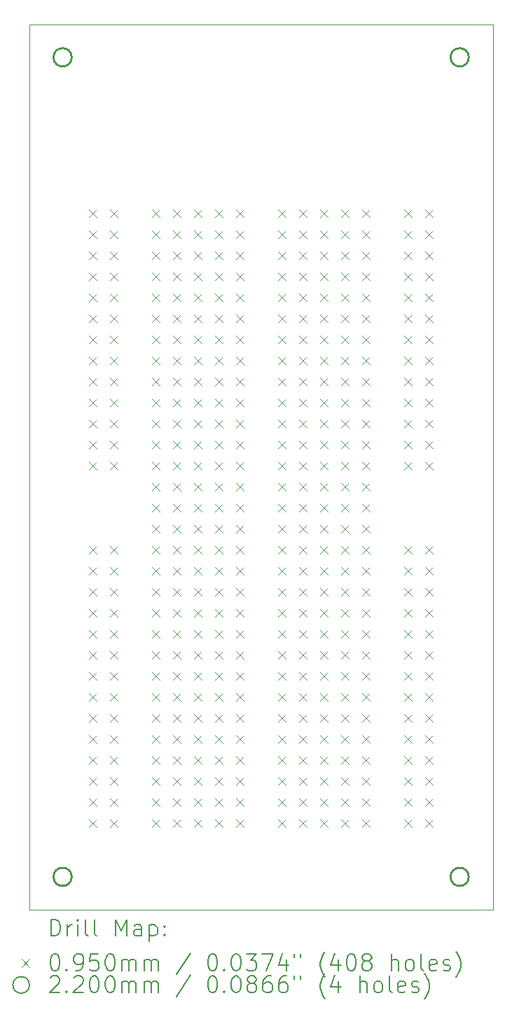
<source format=gbr>
%TF.GenerationSoftware,KiCad,Pcbnew,8.0.2*%
%TF.CreationDate,2024-08-26T09:45:24-06:00*%
%TF.ProjectId,Perfboard,50657266-626f-4617-9264-2e6b69636164,rev?*%
%TF.SameCoordinates,Original*%
%TF.FileFunction,Drillmap*%
%TF.FilePolarity,Positive*%
%FSLAX45Y45*%
G04 Gerber Fmt 4.5, Leading zero omitted, Abs format (unit mm)*
G04 Created by KiCad (PCBNEW 8.0.2) date 2024-08-26 09:45:24*
%MOMM*%
%LPD*%
G01*
G04 APERTURE LIST*
%ADD10C,0.025400*%
%ADD11C,0.200000*%
%ADD12C,0.100000*%
%ADD13C,0.220000*%
G04 APERTURE END LIST*
D10*
X17400000Y-4300000D02*
X11800000Y-4300000D01*
X17400000Y-4300000D02*
X17400000Y-15000000D01*
X17400000Y-15000000D02*
X11800000Y-15000000D01*
X11800000Y-15000000D02*
X11800000Y-4300000D01*
D11*
D12*
X12520500Y-6538500D02*
X12615500Y-6633500D01*
X12615500Y-6538500D02*
X12520500Y-6633500D01*
X12520500Y-6792500D02*
X12615500Y-6887500D01*
X12615500Y-6792500D02*
X12520500Y-6887500D01*
X12520500Y-7046500D02*
X12615500Y-7141500D01*
X12615500Y-7046500D02*
X12520500Y-7141500D01*
X12520500Y-7300500D02*
X12615500Y-7395500D01*
X12615500Y-7300500D02*
X12520500Y-7395500D01*
X12520500Y-7554500D02*
X12615500Y-7649500D01*
X12615500Y-7554500D02*
X12520500Y-7649500D01*
X12520500Y-7808500D02*
X12615500Y-7903500D01*
X12615500Y-7808500D02*
X12520500Y-7903500D01*
X12520500Y-8062500D02*
X12615500Y-8157500D01*
X12615500Y-8062500D02*
X12520500Y-8157500D01*
X12520500Y-8316500D02*
X12615500Y-8411500D01*
X12615500Y-8316500D02*
X12520500Y-8411500D01*
X12520500Y-8570500D02*
X12615500Y-8665500D01*
X12615500Y-8570500D02*
X12520500Y-8665500D01*
X12520500Y-8824500D02*
X12615500Y-8919500D01*
X12615500Y-8824500D02*
X12520500Y-8919500D01*
X12520500Y-9078500D02*
X12615500Y-9173500D01*
X12615500Y-9078500D02*
X12520500Y-9173500D01*
X12520500Y-9332500D02*
X12615500Y-9427500D01*
X12615500Y-9332500D02*
X12520500Y-9427500D01*
X12520500Y-9586500D02*
X12615500Y-9681500D01*
X12615500Y-9586500D02*
X12520500Y-9681500D01*
X12520500Y-10602500D02*
X12615500Y-10697500D01*
X12615500Y-10602500D02*
X12520500Y-10697500D01*
X12520500Y-10856500D02*
X12615500Y-10951500D01*
X12615500Y-10856500D02*
X12520500Y-10951500D01*
X12520500Y-11110500D02*
X12615500Y-11205500D01*
X12615500Y-11110500D02*
X12520500Y-11205500D01*
X12520500Y-11364500D02*
X12615500Y-11459500D01*
X12615500Y-11364500D02*
X12520500Y-11459500D01*
X12520500Y-11618500D02*
X12615500Y-11713500D01*
X12615500Y-11618500D02*
X12520500Y-11713500D01*
X12520500Y-11872500D02*
X12615500Y-11967500D01*
X12615500Y-11872500D02*
X12520500Y-11967500D01*
X12520500Y-12126500D02*
X12615500Y-12221500D01*
X12615500Y-12126500D02*
X12520500Y-12221500D01*
X12520500Y-12380500D02*
X12615500Y-12475500D01*
X12615500Y-12380500D02*
X12520500Y-12475500D01*
X12520500Y-12634500D02*
X12615500Y-12729500D01*
X12615500Y-12634500D02*
X12520500Y-12729500D01*
X12520500Y-12888500D02*
X12615500Y-12983500D01*
X12615500Y-12888500D02*
X12520500Y-12983500D01*
X12520500Y-13142500D02*
X12615500Y-13237500D01*
X12615500Y-13142500D02*
X12520500Y-13237500D01*
X12520500Y-13396500D02*
X12615500Y-13491500D01*
X12615500Y-13396500D02*
X12520500Y-13491500D01*
X12520500Y-13650500D02*
X12615500Y-13745500D01*
X12615500Y-13650500D02*
X12520500Y-13745500D01*
X12520500Y-13904500D02*
X12615500Y-13999500D01*
X12615500Y-13904500D02*
X12520500Y-13999500D01*
X12774500Y-6538500D02*
X12869500Y-6633500D01*
X12869500Y-6538500D02*
X12774500Y-6633500D01*
X12774500Y-6792500D02*
X12869500Y-6887500D01*
X12869500Y-6792500D02*
X12774500Y-6887500D01*
X12774500Y-7046500D02*
X12869500Y-7141500D01*
X12869500Y-7046500D02*
X12774500Y-7141500D01*
X12774500Y-7300500D02*
X12869500Y-7395500D01*
X12869500Y-7300500D02*
X12774500Y-7395500D01*
X12774500Y-7554500D02*
X12869500Y-7649500D01*
X12869500Y-7554500D02*
X12774500Y-7649500D01*
X12774500Y-7808500D02*
X12869500Y-7903500D01*
X12869500Y-7808500D02*
X12774500Y-7903500D01*
X12774500Y-8062500D02*
X12869500Y-8157500D01*
X12869500Y-8062500D02*
X12774500Y-8157500D01*
X12774500Y-8316500D02*
X12869500Y-8411500D01*
X12869500Y-8316500D02*
X12774500Y-8411500D01*
X12774500Y-8570500D02*
X12869500Y-8665500D01*
X12869500Y-8570500D02*
X12774500Y-8665500D01*
X12774500Y-8824500D02*
X12869500Y-8919500D01*
X12869500Y-8824500D02*
X12774500Y-8919500D01*
X12774500Y-9078500D02*
X12869500Y-9173500D01*
X12869500Y-9078500D02*
X12774500Y-9173500D01*
X12774500Y-9332500D02*
X12869500Y-9427500D01*
X12869500Y-9332500D02*
X12774500Y-9427500D01*
X12774500Y-9586500D02*
X12869500Y-9681500D01*
X12869500Y-9586500D02*
X12774500Y-9681500D01*
X12774500Y-10602500D02*
X12869500Y-10697500D01*
X12869500Y-10602500D02*
X12774500Y-10697500D01*
X12774500Y-10856500D02*
X12869500Y-10951500D01*
X12869500Y-10856500D02*
X12774500Y-10951500D01*
X12774500Y-11110500D02*
X12869500Y-11205500D01*
X12869500Y-11110500D02*
X12774500Y-11205500D01*
X12774500Y-11364500D02*
X12869500Y-11459500D01*
X12869500Y-11364500D02*
X12774500Y-11459500D01*
X12774500Y-11618500D02*
X12869500Y-11713500D01*
X12869500Y-11618500D02*
X12774500Y-11713500D01*
X12774500Y-11872500D02*
X12869500Y-11967500D01*
X12869500Y-11872500D02*
X12774500Y-11967500D01*
X12774500Y-12126500D02*
X12869500Y-12221500D01*
X12869500Y-12126500D02*
X12774500Y-12221500D01*
X12774500Y-12380500D02*
X12869500Y-12475500D01*
X12869500Y-12380500D02*
X12774500Y-12475500D01*
X12774500Y-12634500D02*
X12869500Y-12729500D01*
X12869500Y-12634500D02*
X12774500Y-12729500D01*
X12774500Y-12888500D02*
X12869500Y-12983500D01*
X12869500Y-12888500D02*
X12774500Y-12983500D01*
X12774500Y-13142500D02*
X12869500Y-13237500D01*
X12869500Y-13142500D02*
X12774500Y-13237500D01*
X12774500Y-13396500D02*
X12869500Y-13491500D01*
X12869500Y-13396500D02*
X12774500Y-13491500D01*
X12774500Y-13650500D02*
X12869500Y-13745500D01*
X12869500Y-13650500D02*
X12774500Y-13745500D01*
X12774500Y-13904500D02*
X12869500Y-13999500D01*
X12869500Y-13904500D02*
X12774500Y-13999500D01*
X13282500Y-6538500D02*
X13377500Y-6633500D01*
X13377500Y-6538500D02*
X13282500Y-6633500D01*
X13282500Y-6792500D02*
X13377500Y-6887500D01*
X13377500Y-6792500D02*
X13282500Y-6887500D01*
X13282500Y-7046500D02*
X13377500Y-7141500D01*
X13377500Y-7046500D02*
X13282500Y-7141500D01*
X13282500Y-7300500D02*
X13377500Y-7395500D01*
X13377500Y-7300500D02*
X13282500Y-7395500D01*
X13282500Y-7554500D02*
X13377500Y-7649500D01*
X13377500Y-7554500D02*
X13282500Y-7649500D01*
X13282500Y-7808500D02*
X13377500Y-7903500D01*
X13377500Y-7808500D02*
X13282500Y-7903500D01*
X13282500Y-8062500D02*
X13377500Y-8157500D01*
X13377500Y-8062500D02*
X13282500Y-8157500D01*
X13282500Y-8316500D02*
X13377500Y-8411500D01*
X13377500Y-8316500D02*
X13282500Y-8411500D01*
X13282500Y-8570500D02*
X13377500Y-8665500D01*
X13377500Y-8570500D02*
X13282500Y-8665500D01*
X13282500Y-8824500D02*
X13377500Y-8919500D01*
X13377500Y-8824500D02*
X13282500Y-8919500D01*
X13282500Y-9078500D02*
X13377500Y-9173500D01*
X13377500Y-9078500D02*
X13282500Y-9173500D01*
X13282500Y-9332500D02*
X13377500Y-9427500D01*
X13377500Y-9332500D02*
X13282500Y-9427500D01*
X13282500Y-9586500D02*
X13377500Y-9681500D01*
X13377500Y-9586500D02*
X13282500Y-9681500D01*
X13282500Y-9840500D02*
X13377500Y-9935500D01*
X13377500Y-9840500D02*
X13282500Y-9935500D01*
X13282500Y-10094500D02*
X13377500Y-10189500D01*
X13377500Y-10094500D02*
X13282500Y-10189500D01*
X13282500Y-10348500D02*
X13377500Y-10443500D01*
X13377500Y-10348500D02*
X13282500Y-10443500D01*
X13282500Y-10602500D02*
X13377500Y-10697500D01*
X13377500Y-10602500D02*
X13282500Y-10697500D01*
X13282500Y-10856500D02*
X13377500Y-10951500D01*
X13377500Y-10856500D02*
X13282500Y-10951500D01*
X13282500Y-11110500D02*
X13377500Y-11205500D01*
X13377500Y-11110500D02*
X13282500Y-11205500D01*
X13282500Y-11364500D02*
X13377500Y-11459500D01*
X13377500Y-11364500D02*
X13282500Y-11459500D01*
X13282500Y-11618500D02*
X13377500Y-11713500D01*
X13377500Y-11618500D02*
X13282500Y-11713500D01*
X13282500Y-11872500D02*
X13377500Y-11967500D01*
X13377500Y-11872500D02*
X13282500Y-11967500D01*
X13282500Y-12126500D02*
X13377500Y-12221500D01*
X13377500Y-12126500D02*
X13282500Y-12221500D01*
X13282500Y-12380500D02*
X13377500Y-12475500D01*
X13377500Y-12380500D02*
X13282500Y-12475500D01*
X13282500Y-12634500D02*
X13377500Y-12729500D01*
X13377500Y-12634500D02*
X13282500Y-12729500D01*
X13282500Y-12888500D02*
X13377500Y-12983500D01*
X13377500Y-12888500D02*
X13282500Y-12983500D01*
X13282500Y-13142500D02*
X13377500Y-13237500D01*
X13377500Y-13142500D02*
X13282500Y-13237500D01*
X13282500Y-13396500D02*
X13377500Y-13491500D01*
X13377500Y-13396500D02*
X13282500Y-13491500D01*
X13282500Y-13650500D02*
X13377500Y-13745500D01*
X13377500Y-13650500D02*
X13282500Y-13745500D01*
X13282500Y-13904500D02*
X13377500Y-13999500D01*
X13377500Y-13904500D02*
X13282500Y-13999500D01*
X13536500Y-6538500D02*
X13631500Y-6633500D01*
X13631500Y-6538500D02*
X13536500Y-6633500D01*
X13536500Y-6792500D02*
X13631500Y-6887500D01*
X13631500Y-6792500D02*
X13536500Y-6887500D01*
X13536500Y-7046500D02*
X13631500Y-7141500D01*
X13631500Y-7046500D02*
X13536500Y-7141500D01*
X13536500Y-7300500D02*
X13631500Y-7395500D01*
X13631500Y-7300500D02*
X13536500Y-7395500D01*
X13536500Y-7554500D02*
X13631500Y-7649500D01*
X13631500Y-7554500D02*
X13536500Y-7649500D01*
X13536500Y-7808500D02*
X13631500Y-7903500D01*
X13631500Y-7808500D02*
X13536500Y-7903500D01*
X13536500Y-8062500D02*
X13631500Y-8157500D01*
X13631500Y-8062500D02*
X13536500Y-8157500D01*
X13536500Y-8316500D02*
X13631500Y-8411500D01*
X13631500Y-8316500D02*
X13536500Y-8411500D01*
X13536500Y-8570500D02*
X13631500Y-8665500D01*
X13631500Y-8570500D02*
X13536500Y-8665500D01*
X13536500Y-8824500D02*
X13631500Y-8919500D01*
X13631500Y-8824500D02*
X13536500Y-8919500D01*
X13536500Y-9078500D02*
X13631500Y-9173500D01*
X13631500Y-9078500D02*
X13536500Y-9173500D01*
X13536500Y-9332500D02*
X13631500Y-9427500D01*
X13631500Y-9332500D02*
X13536500Y-9427500D01*
X13536500Y-9586500D02*
X13631500Y-9681500D01*
X13631500Y-9586500D02*
X13536500Y-9681500D01*
X13536500Y-9840500D02*
X13631500Y-9935500D01*
X13631500Y-9840500D02*
X13536500Y-9935500D01*
X13536500Y-10094500D02*
X13631500Y-10189500D01*
X13631500Y-10094500D02*
X13536500Y-10189500D01*
X13536500Y-10348500D02*
X13631500Y-10443500D01*
X13631500Y-10348500D02*
X13536500Y-10443500D01*
X13536500Y-10602500D02*
X13631500Y-10697500D01*
X13631500Y-10602500D02*
X13536500Y-10697500D01*
X13536500Y-10856500D02*
X13631500Y-10951500D01*
X13631500Y-10856500D02*
X13536500Y-10951500D01*
X13536500Y-11110500D02*
X13631500Y-11205500D01*
X13631500Y-11110500D02*
X13536500Y-11205500D01*
X13536500Y-11364500D02*
X13631500Y-11459500D01*
X13631500Y-11364500D02*
X13536500Y-11459500D01*
X13536500Y-11618500D02*
X13631500Y-11713500D01*
X13631500Y-11618500D02*
X13536500Y-11713500D01*
X13536500Y-11872500D02*
X13631500Y-11967500D01*
X13631500Y-11872500D02*
X13536500Y-11967500D01*
X13536500Y-12126500D02*
X13631500Y-12221500D01*
X13631500Y-12126500D02*
X13536500Y-12221500D01*
X13536500Y-12380500D02*
X13631500Y-12475500D01*
X13631500Y-12380500D02*
X13536500Y-12475500D01*
X13536500Y-12634500D02*
X13631500Y-12729500D01*
X13631500Y-12634500D02*
X13536500Y-12729500D01*
X13536500Y-12888500D02*
X13631500Y-12983500D01*
X13631500Y-12888500D02*
X13536500Y-12983500D01*
X13536500Y-13142500D02*
X13631500Y-13237500D01*
X13631500Y-13142500D02*
X13536500Y-13237500D01*
X13536500Y-13396500D02*
X13631500Y-13491500D01*
X13631500Y-13396500D02*
X13536500Y-13491500D01*
X13536500Y-13650500D02*
X13631500Y-13745500D01*
X13631500Y-13650500D02*
X13536500Y-13745500D01*
X13536500Y-13904500D02*
X13631500Y-13999500D01*
X13631500Y-13904500D02*
X13536500Y-13999500D01*
X13790500Y-6538500D02*
X13885500Y-6633500D01*
X13885500Y-6538500D02*
X13790500Y-6633500D01*
X13790500Y-6792500D02*
X13885500Y-6887500D01*
X13885500Y-6792500D02*
X13790500Y-6887500D01*
X13790500Y-7046500D02*
X13885500Y-7141500D01*
X13885500Y-7046500D02*
X13790500Y-7141500D01*
X13790500Y-7300500D02*
X13885500Y-7395500D01*
X13885500Y-7300500D02*
X13790500Y-7395500D01*
X13790500Y-7554500D02*
X13885500Y-7649500D01*
X13885500Y-7554500D02*
X13790500Y-7649500D01*
X13790500Y-7808500D02*
X13885500Y-7903500D01*
X13885500Y-7808500D02*
X13790500Y-7903500D01*
X13790500Y-8062500D02*
X13885500Y-8157500D01*
X13885500Y-8062500D02*
X13790500Y-8157500D01*
X13790500Y-8316500D02*
X13885500Y-8411500D01*
X13885500Y-8316500D02*
X13790500Y-8411500D01*
X13790500Y-8570500D02*
X13885500Y-8665500D01*
X13885500Y-8570500D02*
X13790500Y-8665500D01*
X13790500Y-8824500D02*
X13885500Y-8919500D01*
X13885500Y-8824500D02*
X13790500Y-8919500D01*
X13790500Y-9078500D02*
X13885500Y-9173500D01*
X13885500Y-9078500D02*
X13790500Y-9173500D01*
X13790500Y-9332500D02*
X13885500Y-9427500D01*
X13885500Y-9332500D02*
X13790500Y-9427500D01*
X13790500Y-9586500D02*
X13885500Y-9681500D01*
X13885500Y-9586500D02*
X13790500Y-9681500D01*
X13790500Y-9840500D02*
X13885500Y-9935500D01*
X13885500Y-9840500D02*
X13790500Y-9935500D01*
X13790500Y-10094500D02*
X13885500Y-10189500D01*
X13885500Y-10094500D02*
X13790500Y-10189500D01*
X13790500Y-10348500D02*
X13885500Y-10443500D01*
X13885500Y-10348500D02*
X13790500Y-10443500D01*
X13790500Y-10602500D02*
X13885500Y-10697500D01*
X13885500Y-10602500D02*
X13790500Y-10697500D01*
X13790500Y-10856500D02*
X13885500Y-10951500D01*
X13885500Y-10856500D02*
X13790500Y-10951500D01*
X13790500Y-11110500D02*
X13885500Y-11205500D01*
X13885500Y-11110500D02*
X13790500Y-11205500D01*
X13790500Y-11364500D02*
X13885500Y-11459500D01*
X13885500Y-11364500D02*
X13790500Y-11459500D01*
X13790500Y-11618500D02*
X13885500Y-11713500D01*
X13885500Y-11618500D02*
X13790500Y-11713500D01*
X13790500Y-11872500D02*
X13885500Y-11967500D01*
X13885500Y-11872500D02*
X13790500Y-11967500D01*
X13790500Y-12126500D02*
X13885500Y-12221500D01*
X13885500Y-12126500D02*
X13790500Y-12221500D01*
X13790500Y-12380500D02*
X13885500Y-12475500D01*
X13885500Y-12380500D02*
X13790500Y-12475500D01*
X13790500Y-12634500D02*
X13885500Y-12729500D01*
X13885500Y-12634500D02*
X13790500Y-12729500D01*
X13790500Y-12888500D02*
X13885500Y-12983500D01*
X13885500Y-12888500D02*
X13790500Y-12983500D01*
X13790500Y-13142500D02*
X13885500Y-13237500D01*
X13885500Y-13142500D02*
X13790500Y-13237500D01*
X13790500Y-13396500D02*
X13885500Y-13491500D01*
X13885500Y-13396500D02*
X13790500Y-13491500D01*
X13790500Y-13650500D02*
X13885500Y-13745500D01*
X13885500Y-13650500D02*
X13790500Y-13745500D01*
X13790500Y-13904500D02*
X13885500Y-13999500D01*
X13885500Y-13904500D02*
X13790500Y-13999500D01*
X14044500Y-6538500D02*
X14139500Y-6633500D01*
X14139500Y-6538500D02*
X14044500Y-6633500D01*
X14044500Y-6792500D02*
X14139500Y-6887500D01*
X14139500Y-6792500D02*
X14044500Y-6887500D01*
X14044500Y-7046500D02*
X14139500Y-7141500D01*
X14139500Y-7046500D02*
X14044500Y-7141500D01*
X14044500Y-7300500D02*
X14139500Y-7395500D01*
X14139500Y-7300500D02*
X14044500Y-7395500D01*
X14044500Y-7554500D02*
X14139500Y-7649500D01*
X14139500Y-7554500D02*
X14044500Y-7649500D01*
X14044500Y-7808500D02*
X14139500Y-7903500D01*
X14139500Y-7808500D02*
X14044500Y-7903500D01*
X14044500Y-8062500D02*
X14139500Y-8157500D01*
X14139500Y-8062500D02*
X14044500Y-8157500D01*
X14044500Y-8316500D02*
X14139500Y-8411500D01*
X14139500Y-8316500D02*
X14044500Y-8411500D01*
X14044500Y-8570500D02*
X14139500Y-8665500D01*
X14139500Y-8570500D02*
X14044500Y-8665500D01*
X14044500Y-8824500D02*
X14139500Y-8919500D01*
X14139500Y-8824500D02*
X14044500Y-8919500D01*
X14044500Y-9078500D02*
X14139500Y-9173500D01*
X14139500Y-9078500D02*
X14044500Y-9173500D01*
X14044500Y-9332500D02*
X14139500Y-9427500D01*
X14139500Y-9332500D02*
X14044500Y-9427500D01*
X14044500Y-9586500D02*
X14139500Y-9681500D01*
X14139500Y-9586500D02*
X14044500Y-9681500D01*
X14044500Y-9840500D02*
X14139500Y-9935500D01*
X14139500Y-9840500D02*
X14044500Y-9935500D01*
X14044500Y-10094500D02*
X14139500Y-10189500D01*
X14139500Y-10094500D02*
X14044500Y-10189500D01*
X14044500Y-10348500D02*
X14139500Y-10443500D01*
X14139500Y-10348500D02*
X14044500Y-10443500D01*
X14044500Y-10602500D02*
X14139500Y-10697500D01*
X14139500Y-10602500D02*
X14044500Y-10697500D01*
X14044500Y-10856500D02*
X14139500Y-10951500D01*
X14139500Y-10856500D02*
X14044500Y-10951500D01*
X14044500Y-11110500D02*
X14139500Y-11205500D01*
X14139500Y-11110500D02*
X14044500Y-11205500D01*
X14044500Y-11364500D02*
X14139500Y-11459500D01*
X14139500Y-11364500D02*
X14044500Y-11459500D01*
X14044500Y-11618500D02*
X14139500Y-11713500D01*
X14139500Y-11618500D02*
X14044500Y-11713500D01*
X14044500Y-11872500D02*
X14139500Y-11967500D01*
X14139500Y-11872500D02*
X14044500Y-11967500D01*
X14044500Y-12126500D02*
X14139500Y-12221500D01*
X14139500Y-12126500D02*
X14044500Y-12221500D01*
X14044500Y-12380500D02*
X14139500Y-12475500D01*
X14139500Y-12380500D02*
X14044500Y-12475500D01*
X14044500Y-12634500D02*
X14139500Y-12729500D01*
X14139500Y-12634500D02*
X14044500Y-12729500D01*
X14044500Y-12888500D02*
X14139500Y-12983500D01*
X14139500Y-12888500D02*
X14044500Y-12983500D01*
X14044500Y-13142500D02*
X14139500Y-13237500D01*
X14139500Y-13142500D02*
X14044500Y-13237500D01*
X14044500Y-13396500D02*
X14139500Y-13491500D01*
X14139500Y-13396500D02*
X14044500Y-13491500D01*
X14044500Y-13650500D02*
X14139500Y-13745500D01*
X14139500Y-13650500D02*
X14044500Y-13745500D01*
X14044500Y-13904500D02*
X14139500Y-13999500D01*
X14139500Y-13904500D02*
X14044500Y-13999500D01*
X14298500Y-6538500D02*
X14393500Y-6633500D01*
X14393500Y-6538500D02*
X14298500Y-6633500D01*
X14298500Y-6792500D02*
X14393500Y-6887500D01*
X14393500Y-6792500D02*
X14298500Y-6887500D01*
X14298500Y-7046500D02*
X14393500Y-7141500D01*
X14393500Y-7046500D02*
X14298500Y-7141500D01*
X14298500Y-7300500D02*
X14393500Y-7395500D01*
X14393500Y-7300500D02*
X14298500Y-7395500D01*
X14298500Y-7554500D02*
X14393500Y-7649500D01*
X14393500Y-7554500D02*
X14298500Y-7649500D01*
X14298500Y-7808500D02*
X14393500Y-7903500D01*
X14393500Y-7808500D02*
X14298500Y-7903500D01*
X14298500Y-8062500D02*
X14393500Y-8157500D01*
X14393500Y-8062500D02*
X14298500Y-8157500D01*
X14298500Y-8316500D02*
X14393500Y-8411500D01*
X14393500Y-8316500D02*
X14298500Y-8411500D01*
X14298500Y-8570500D02*
X14393500Y-8665500D01*
X14393500Y-8570500D02*
X14298500Y-8665500D01*
X14298500Y-8824500D02*
X14393500Y-8919500D01*
X14393500Y-8824500D02*
X14298500Y-8919500D01*
X14298500Y-9078500D02*
X14393500Y-9173500D01*
X14393500Y-9078500D02*
X14298500Y-9173500D01*
X14298500Y-9332500D02*
X14393500Y-9427500D01*
X14393500Y-9332500D02*
X14298500Y-9427500D01*
X14298500Y-9586500D02*
X14393500Y-9681500D01*
X14393500Y-9586500D02*
X14298500Y-9681500D01*
X14298500Y-9840500D02*
X14393500Y-9935500D01*
X14393500Y-9840500D02*
X14298500Y-9935500D01*
X14298500Y-10094500D02*
X14393500Y-10189500D01*
X14393500Y-10094500D02*
X14298500Y-10189500D01*
X14298500Y-10348500D02*
X14393500Y-10443500D01*
X14393500Y-10348500D02*
X14298500Y-10443500D01*
X14298500Y-10602500D02*
X14393500Y-10697500D01*
X14393500Y-10602500D02*
X14298500Y-10697500D01*
X14298500Y-10856500D02*
X14393500Y-10951500D01*
X14393500Y-10856500D02*
X14298500Y-10951500D01*
X14298500Y-11110500D02*
X14393500Y-11205500D01*
X14393500Y-11110500D02*
X14298500Y-11205500D01*
X14298500Y-11364500D02*
X14393500Y-11459500D01*
X14393500Y-11364500D02*
X14298500Y-11459500D01*
X14298500Y-11618500D02*
X14393500Y-11713500D01*
X14393500Y-11618500D02*
X14298500Y-11713500D01*
X14298500Y-11872500D02*
X14393500Y-11967500D01*
X14393500Y-11872500D02*
X14298500Y-11967500D01*
X14298500Y-12126500D02*
X14393500Y-12221500D01*
X14393500Y-12126500D02*
X14298500Y-12221500D01*
X14298500Y-12380500D02*
X14393500Y-12475500D01*
X14393500Y-12380500D02*
X14298500Y-12475500D01*
X14298500Y-12634500D02*
X14393500Y-12729500D01*
X14393500Y-12634500D02*
X14298500Y-12729500D01*
X14298500Y-12888500D02*
X14393500Y-12983500D01*
X14393500Y-12888500D02*
X14298500Y-12983500D01*
X14298500Y-13142500D02*
X14393500Y-13237500D01*
X14393500Y-13142500D02*
X14298500Y-13237500D01*
X14298500Y-13396500D02*
X14393500Y-13491500D01*
X14393500Y-13396500D02*
X14298500Y-13491500D01*
X14298500Y-13650500D02*
X14393500Y-13745500D01*
X14393500Y-13650500D02*
X14298500Y-13745500D01*
X14298500Y-13904500D02*
X14393500Y-13999500D01*
X14393500Y-13904500D02*
X14298500Y-13999500D01*
X14806500Y-6538500D02*
X14901500Y-6633500D01*
X14901500Y-6538500D02*
X14806500Y-6633500D01*
X14806500Y-6792500D02*
X14901500Y-6887500D01*
X14901500Y-6792500D02*
X14806500Y-6887500D01*
X14806500Y-7046500D02*
X14901500Y-7141500D01*
X14901500Y-7046500D02*
X14806500Y-7141500D01*
X14806500Y-7300500D02*
X14901500Y-7395500D01*
X14901500Y-7300500D02*
X14806500Y-7395500D01*
X14806500Y-7554500D02*
X14901500Y-7649500D01*
X14901500Y-7554500D02*
X14806500Y-7649500D01*
X14806500Y-7808500D02*
X14901500Y-7903500D01*
X14901500Y-7808500D02*
X14806500Y-7903500D01*
X14806500Y-8062500D02*
X14901500Y-8157500D01*
X14901500Y-8062500D02*
X14806500Y-8157500D01*
X14806500Y-8316500D02*
X14901500Y-8411500D01*
X14901500Y-8316500D02*
X14806500Y-8411500D01*
X14806500Y-8570500D02*
X14901500Y-8665500D01*
X14901500Y-8570500D02*
X14806500Y-8665500D01*
X14806500Y-8824500D02*
X14901500Y-8919500D01*
X14901500Y-8824500D02*
X14806500Y-8919500D01*
X14806500Y-9078500D02*
X14901500Y-9173500D01*
X14901500Y-9078500D02*
X14806500Y-9173500D01*
X14806500Y-9332500D02*
X14901500Y-9427500D01*
X14901500Y-9332500D02*
X14806500Y-9427500D01*
X14806500Y-9586500D02*
X14901500Y-9681500D01*
X14901500Y-9586500D02*
X14806500Y-9681500D01*
X14806500Y-9840500D02*
X14901500Y-9935500D01*
X14901500Y-9840500D02*
X14806500Y-9935500D01*
X14806500Y-10094500D02*
X14901500Y-10189500D01*
X14901500Y-10094500D02*
X14806500Y-10189500D01*
X14806500Y-10348500D02*
X14901500Y-10443500D01*
X14901500Y-10348500D02*
X14806500Y-10443500D01*
X14806500Y-10602500D02*
X14901500Y-10697500D01*
X14901500Y-10602500D02*
X14806500Y-10697500D01*
X14806500Y-10856500D02*
X14901500Y-10951500D01*
X14901500Y-10856500D02*
X14806500Y-10951500D01*
X14806500Y-11110500D02*
X14901500Y-11205500D01*
X14901500Y-11110500D02*
X14806500Y-11205500D01*
X14806500Y-11364500D02*
X14901500Y-11459500D01*
X14901500Y-11364500D02*
X14806500Y-11459500D01*
X14806500Y-11618500D02*
X14901500Y-11713500D01*
X14901500Y-11618500D02*
X14806500Y-11713500D01*
X14806500Y-11872500D02*
X14901500Y-11967500D01*
X14901500Y-11872500D02*
X14806500Y-11967500D01*
X14806500Y-12126500D02*
X14901500Y-12221500D01*
X14901500Y-12126500D02*
X14806500Y-12221500D01*
X14806500Y-12380500D02*
X14901500Y-12475500D01*
X14901500Y-12380500D02*
X14806500Y-12475500D01*
X14806500Y-12634500D02*
X14901500Y-12729500D01*
X14901500Y-12634500D02*
X14806500Y-12729500D01*
X14806500Y-12888500D02*
X14901500Y-12983500D01*
X14901500Y-12888500D02*
X14806500Y-12983500D01*
X14806500Y-13142500D02*
X14901500Y-13237500D01*
X14901500Y-13142500D02*
X14806500Y-13237500D01*
X14806500Y-13396500D02*
X14901500Y-13491500D01*
X14901500Y-13396500D02*
X14806500Y-13491500D01*
X14806500Y-13650500D02*
X14901500Y-13745500D01*
X14901500Y-13650500D02*
X14806500Y-13745500D01*
X14806500Y-13904500D02*
X14901500Y-13999500D01*
X14901500Y-13904500D02*
X14806500Y-13999500D01*
X15060500Y-6538500D02*
X15155500Y-6633500D01*
X15155500Y-6538500D02*
X15060500Y-6633500D01*
X15060500Y-6792500D02*
X15155500Y-6887500D01*
X15155500Y-6792500D02*
X15060500Y-6887500D01*
X15060500Y-7046500D02*
X15155500Y-7141500D01*
X15155500Y-7046500D02*
X15060500Y-7141500D01*
X15060500Y-7300500D02*
X15155500Y-7395500D01*
X15155500Y-7300500D02*
X15060500Y-7395500D01*
X15060500Y-7554500D02*
X15155500Y-7649500D01*
X15155500Y-7554500D02*
X15060500Y-7649500D01*
X15060500Y-7808500D02*
X15155500Y-7903500D01*
X15155500Y-7808500D02*
X15060500Y-7903500D01*
X15060500Y-8062500D02*
X15155500Y-8157500D01*
X15155500Y-8062500D02*
X15060500Y-8157500D01*
X15060500Y-8316500D02*
X15155500Y-8411500D01*
X15155500Y-8316500D02*
X15060500Y-8411500D01*
X15060500Y-8570500D02*
X15155500Y-8665500D01*
X15155500Y-8570500D02*
X15060500Y-8665500D01*
X15060500Y-8824500D02*
X15155500Y-8919500D01*
X15155500Y-8824500D02*
X15060500Y-8919500D01*
X15060500Y-9078500D02*
X15155500Y-9173500D01*
X15155500Y-9078500D02*
X15060500Y-9173500D01*
X15060500Y-9332500D02*
X15155500Y-9427500D01*
X15155500Y-9332500D02*
X15060500Y-9427500D01*
X15060500Y-9586500D02*
X15155500Y-9681500D01*
X15155500Y-9586500D02*
X15060500Y-9681500D01*
X15060500Y-9840500D02*
X15155500Y-9935500D01*
X15155500Y-9840500D02*
X15060500Y-9935500D01*
X15060500Y-10094500D02*
X15155500Y-10189500D01*
X15155500Y-10094500D02*
X15060500Y-10189500D01*
X15060500Y-10348500D02*
X15155500Y-10443500D01*
X15155500Y-10348500D02*
X15060500Y-10443500D01*
X15060500Y-10602500D02*
X15155500Y-10697500D01*
X15155500Y-10602500D02*
X15060500Y-10697500D01*
X15060500Y-10856500D02*
X15155500Y-10951500D01*
X15155500Y-10856500D02*
X15060500Y-10951500D01*
X15060500Y-11110500D02*
X15155500Y-11205500D01*
X15155500Y-11110500D02*
X15060500Y-11205500D01*
X15060500Y-11364500D02*
X15155500Y-11459500D01*
X15155500Y-11364500D02*
X15060500Y-11459500D01*
X15060500Y-11618500D02*
X15155500Y-11713500D01*
X15155500Y-11618500D02*
X15060500Y-11713500D01*
X15060500Y-11872500D02*
X15155500Y-11967500D01*
X15155500Y-11872500D02*
X15060500Y-11967500D01*
X15060500Y-12126500D02*
X15155500Y-12221500D01*
X15155500Y-12126500D02*
X15060500Y-12221500D01*
X15060500Y-12380500D02*
X15155500Y-12475500D01*
X15155500Y-12380500D02*
X15060500Y-12475500D01*
X15060500Y-12634500D02*
X15155500Y-12729500D01*
X15155500Y-12634500D02*
X15060500Y-12729500D01*
X15060500Y-12888500D02*
X15155500Y-12983500D01*
X15155500Y-12888500D02*
X15060500Y-12983500D01*
X15060500Y-13142500D02*
X15155500Y-13237500D01*
X15155500Y-13142500D02*
X15060500Y-13237500D01*
X15060500Y-13396500D02*
X15155500Y-13491500D01*
X15155500Y-13396500D02*
X15060500Y-13491500D01*
X15060500Y-13650500D02*
X15155500Y-13745500D01*
X15155500Y-13650500D02*
X15060500Y-13745500D01*
X15060500Y-13904500D02*
X15155500Y-13999500D01*
X15155500Y-13904500D02*
X15060500Y-13999500D01*
X15314500Y-6538500D02*
X15409500Y-6633500D01*
X15409500Y-6538500D02*
X15314500Y-6633500D01*
X15314500Y-6792500D02*
X15409500Y-6887500D01*
X15409500Y-6792500D02*
X15314500Y-6887500D01*
X15314500Y-7046500D02*
X15409500Y-7141500D01*
X15409500Y-7046500D02*
X15314500Y-7141500D01*
X15314500Y-7300500D02*
X15409500Y-7395500D01*
X15409500Y-7300500D02*
X15314500Y-7395500D01*
X15314500Y-7554500D02*
X15409500Y-7649500D01*
X15409500Y-7554500D02*
X15314500Y-7649500D01*
X15314500Y-7808500D02*
X15409500Y-7903500D01*
X15409500Y-7808500D02*
X15314500Y-7903500D01*
X15314500Y-8062500D02*
X15409500Y-8157500D01*
X15409500Y-8062500D02*
X15314500Y-8157500D01*
X15314500Y-8316500D02*
X15409500Y-8411500D01*
X15409500Y-8316500D02*
X15314500Y-8411500D01*
X15314500Y-8570500D02*
X15409500Y-8665500D01*
X15409500Y-8570500D02*
X15314500Y-8665500D01*
X15314500Y-8824500D02*
X15409500Y-8919500D01*
X15409500Y-8824500D02*
X15314500Y-8919500D01*
X15314500Y-9078500D02*
X15409500Y-9173500D01*
X15409500Y-9078500D02*
X15314500Y-9173500D01*
X15314500Y-9332500D02*
X15409500Y-9427500D01*
X15409500Y-9332500D02*
X15314500Y-9427500D01*
X15314500Y-9586500D02*
X15409500Y-9681500D01*
X15409500Y-9586500D02*
X15314500Y-9681500D01*
X15314500Y-9840500D02*
X15409500Y-9935500D01*
X15409500Y-9840500D02*
X15314500Y-9935500D01*
X15314500Y-10094500D02*
X15409500Y-10189500D01*
X15409500Y-10094500D02*
X15314500Y-10189500D01*
X15314500Y-10348500D02*
X15409500Y-10443500D01*
X15409500Y-10348500D02*
X15314500Y-10443500D01*
X15314500Y-10602500D02*
X15409500Y-10697500D01*
X15409500Y-10602500D02*
X15314500Y-10697500D01*
X15314500Y-10856500D02*
X15409500Y-10951500D01*
X15409500Y-10856500D02*
X15314500Y-10951500D01*
X15314500Y-11110500D02*
X15409500Y-11205500D01*
X15409500Y-11110500D02*
X15314500Y-11205500D01*
X15314500Y-11364500D02*
X15409500Y-11459500D01*
X15409500Y-11364500D02*
X15314500Y-11459500D01*
X15314500Y-11618500D02*
X15409500Y-11713500D01*
X15409500Y-11618500D02*
X15314500Y-11713500D01*
X15314500Y-11872500D02*
X15409500Y-11967500D01*
X15409500Y-11872500D02*
X15314500Y-11967500D01*
X15314500Y-12126500D02*
X15409500Y-12221500D01*
X15409500Y-12126500D02*
X15314500Y-12221500D01*
X15314500Y-12380500D02*
X15409500Y-12475500D01*
X15409500Y-12380500D02*
X15314500Y-12475500D01*
X15314500Y-12634500D02*
X15409500Y-12729500D01*
X15409500Y-12634500D02*
X15314500Y-12729500D01*
X15314500Y-12888500D02*
X15409500Y-12983500D01*
X15409500Y-12888500D02*
X15314500Y-12983500D01*
X15314500Y-13142500D02*
X15409500Y-13237500D01*
X15409500Y-13142500D02*
X15314500Y-13237500D01*
X15314500Y-13396500D02*
X15409500Y-13491500D01*
X15409500Y-13396500D02*
X15314500Y-13491500D01*
X15314500Y-13650500D02*
X15409500Y-13745500D01*
X15409500Y-13650500D02*
X15314500Y-13745500D01*
X15314500Y-13904500D02*
X15409500Y-13999500D01*
X15409500Y-13904500D02*
X15314500Y-13999500D01*
X15568500Y-6538500D02*
X15663500Y-6633500D01*
X15663500Y-6538500D02*
X15568500Y-6633500D01*
X15568500Y-6792500D02*
X15663500Y-6887500D01*
X15663500Y-6792500D02*
X15568500Y-6887500D01*
X15568500Y-7046500D02*
X15663500Y-7141500D01*
X15663500Y-7046500D02*
X15568500Y-7141500D01*
X15568500Y-7300500D02*
X15663500Y-7395500D01*
X15663500Y-7300500D02*
X15568500Y-7395500D01*
X15568500Y-7554500D02*
X15663500Y-7649500D01*
X15663500Y-7554500D02*
X15568500Y-7649500D01*
X15568500Y-7808500D02*
X15663500Y-7903500D01*
X15663500Y-7808500D02*
X15568500Y-7903500D01*
X15568500Y-8062500D02*
X15663500Y-8157500D01*
X15663500Y-8062500D02*
X15568500Y-8157500D01*
X15568500Y-8316500D02*
X15663500Y-8411500D01*
X15663500Y-8316500D02*
X15568500Y-8411500D01*
X15568500Y-8570500D02*
X15663500Y-8665500D01*
X15663500Y-8570500D02*
X15568500Y-8665500D01*
X15568500Y-8824500D02*
X15663500Y-8919500D01*
X15663500Y-8824500D02*
X15568500Y-8919500D01*
X15568500Y-9078500D02*
X15663500Y-9173500D01*
X15663500Y-9078500D02*
X15568500Y-9173500D01*
X15568500Y-9332500D02*
X15663500Y-9427500D01*
X15663500Y-9332500D02*
X15568500Y-9427500D01*
X15568500Y-9586500D02*
X15663500Y-9681500D01*
X15663500Y-9586500D02*
X15568500Y-9681500D01*
X15568500Y-9840500D02*
X15663500Y-9935500D01*
X15663500Y-9840500D02*
X15568500Y-9935500D01*
X15568500Y-10094500D02*
X15663500Y-10189500D01*
X15663500Y-10094500D02*
X15568500Y-10189500D01*
X15568500Y-10348500D02*
X15663500Y-10443500D01*
X15663500Y-10348500D02*
X15568500Y-10443500D01*
X15568500Y-10602500D02*
X15663500Y-10697500D01*
X15663500Y-10602500D02*
X15568500Y-10697500D01*
X15568500Y-10856500D02*
X15663500Y-10951500D01*
X15663500Y-10856500D02*
X15568500Y-10951500D01*
X15568500Y-11110500D02*
X15663500Y-11205500D01*
X15663500Y-11110500D02*
X15568500Y-11205500D01*
X15568500Y-11364500D02*
X15663500Y-11459500D01*
X15663500Y-11364500D02*
X15568500Y-11459500D01*
X15568500Y-11618500D02*
X15663500Y-11713500D01*
X15663500Y-11618500D02*
X15568500Y-11713500D01*
X15568500Y-11872500D02*
X15663500Y-11967500D01*
X15663500Y-11872500D02*
X15568500Y-11967500D01*
X15568500Y-12126500D02*
X15663500Y-12221500D01*
X15663500Y-12126500D02*
X15568500Y-12221500D01*
X15568500Y-12380500D02*
X15663500Y-12475500D01*
X15663500Y-12380500D02*
X15568500Y-12475500D01*
X15568500Y-12634500D02*
X15663500Y-12729500D01*
X15663500Y-12634500D02*
X15568500Y-12729500D01*
X15568500Y-12888500D02*
X15663500Y-12983500D01*
X15663500Y-12888500D02*
X15568500Y-12983500D01*
X15568500Y-13142500D02*
X15663500Y-13237500D01*
X15663500Y-13142500D02*
X15568500Y-13237500D01*
X15568500Y-13396500D02*
X15663500Y-13491500D01*
X15663500Y-13396500D02*
X15568500Y-13491500D01*
X15568500Y-13650500D02*
X15663500Y-13745500D01*
X15663500Y-13650500D02*
X15568500Y-13745500D01*
X15568500Y-13904500D02*
X15663500Y-13999500D01*
X15663500Y-13904500D02*
X15568500Y-13999500D01*
X15822500Y-6538500D02*
X15917500Y-6633500D01*
X15917500Y-6538500D02*
X15822500Y-6633500D01*
X15822500Y-6792500D02*
X15917500Y-6887500D01*
X15917500Y-6792500D02*
X15822500Y-6887500D01*
X15822500Y-7046500D02*
X15917500Y-7141500D01*
X15917500Y-7046500D02*
X15822500Y-7141500D01*
X15822500Y-7300500D02*
X15917500Y-7395500D01*
X15917500Y-7300500D02*
X15822500Y-7395500D01*
X15822500Y-7554500D02*
X15917500Y-7649500D01*
X15917500Y-7554500D02*
X15822500Y-7649500D01*
X15822500Y-7808500D02*
X15917500Y-7903500D01*
X15917500Y-7808500D02*
X15822500Y-7903500D01*
X15822500Y-8062500D02*
X15917500Y-8157500D01*
X15917500Y-8062500D02*
X15822500Y-8157500D01*
X15822500Y-8316500D02*
X15917500Y-8411500D01*
X15917500Y-8316500D02*
X15822500Y-8411500D01*
X15822500Y-8570500D02*
X15917500Y-8665500D01*
X15917500Y-8570500D02*
X15822500Y-8665500D01*
X15822500Y-8824500D02*
X15917500Y-8919500D01*
X15917500Y-8824500D02*
X15822500Y-8919500D01*
X15822500Y-9078500D02*
X15917500Y-9173500D01*
X15917500Y-9078500D02*
X15822500Y-9173500D01*
X15822500Y-9332500D02*
X15917500Y-9427500D01*
X15917500Y-9332500D02*
X15822500Y-9427500D01*
X15822500Y-9586500D02*
X15917500Y-9681500D01*
X15917500Y-9586500D02*
X15822500Y-9681500D01*
X15822500Y-9840500D02*
X15917500Y-9935500D01*
X15917500Y-9840500D02*
X15822500Y-9935500D01*
X15822500Y-10094500D02*
X15917500Y-10189500D01*
X15917500Y-10094500D02*
X15822500Y-10189500D01*
X15822500Y-10348500D02*
X15917500Y-10443500D01*
X15917500Y-10348500D02*
X15822500Y-10443500D01*
X15822500Y-10602500D02*
X15917500Y-10697500D01*
X15917500Y-10602500D02*
X15822500Y-10697500D01*
X15822500Y-10856500D02*
X15917500Y-10951500D01*
X15917500Y-10856500D02*
X15822500Y-10951500D01*
X15822500Y-11110500D02*
X15917500Y-11205500D01*
X15917500Y-11110500D02*
X15822500Y-11205500D01*
X15822500Y-11364500D02*
X15917500Y-11459500D01*
X15917500Y-11364500D02*
X15822500Y-11459500D01*
X15822500Y-11618500D02*
X15917500Y-11713500D01*
X15917500Y-11618500D02*
X15822500Y-11713500D01*
X15822500Y-11872500D02*
X15917500Y-11967500D01*
X15917500Y-11872500D02*
X15822500Y-11967500D01*
X15822500Y-12126500D02*
X15917500Y-12221500D01*
X15917500Y-12126500D02*
X15822500Y-12221500D01*
X15822500Y-12380500D02*
X15917500Y-12475500D01*
X15917500Y-12380500D02*
X15822500Y-12475500D01*
X15822500Y-12634500D02*
X15917500Y-12729500D01*
X15917500Y-12634500D02*
X15822500Y-12729500D01*
X15822500Y-12888500D02*
X15917500Y-12983500D01*
X15917500Y-12888500D02*
X15822500Y-12983500D01*
X15822500Y-13142500D02*
X15917500Y-13237500D01*
X15917500Y-13142500D02*
X15822500Y-13237500D01*
X15822500Y-13396500D02*
X15917500Y-13491500D01*
X15917500Y-13396500D02*
X15822500Y-13491500D01*
X15822500Y-13650500D02*
X15917500Y-13745500D01*
X15917500Y-13650500D02*
X15822500Y-13745500D01*
X15822500Y-13904500D02*
X15917500Y-13999500D01*
X15917500Y-13904500D02*
X15822500Y-13999500D01*
X16330500Y-6538500D02*
X16425500Y-6633500D01*
X16425500Y-6538500D02*
X16330500Y-6633500D01*
X16330500Y-6792500D02*
X16425500Y-6887500D01*
X16425500Y-6792500D02*
X16330500Y-6887500D01*
X16330500Y-7046500D02*
X16425500Y-7141500D01*
X16425500Y-7046500D02*
X16330500Y-7141500D01*
X16330500Y-7300500D02*
X16425500Y-7395500D01*
X16425500Y-7300500D02*
X16330500Y-7395500D01*
X16330500Y-7554500D02*
X16425500Y-7649500D01*
X16425500Y-7554500D02*
X16330500Y-7649500D01*
X16330500Y-7808500D02*
X16425500Y-7903500D01*
X16425500Y-7808500D02*
X16330500Y-7903500D01*
X16330500Y-8062500D02*
X16425500Y-8157500D01*
X16425500Y-8062500D02*
X16330500Y-8157500D01*
X16330500Y-8316500D02*
X16425500Y-8411500D01*
X16425500Y-8316500D02*
X16330500Y-8411500D01*
X16330500Y-8570500D02*
X16425500Y-8665500D01*
X16425500Y-8570500D02*
X16330500Y-8665500D01*
X16330500Y-8824500D02*
X16425500Y-8919500D01*
X16425500Y-8824500D02*
X16330500Y-8919500D01*
X16330500Y-9078500D02*
X16425500Y-9173500D01*
X16425500Y-9078500D02*
X16330500Y-9173500D01*
X16330500Y-9332500D02*
X16425500Y-9427500D01*
X16425500Y-9332500D02*
X16330500Y-9427500D01*
X16330500Y-9586500D02*
X16425500Y-9681500D01*
X16425500Y-9586500D02*
X16330500Y-9681500D01*
X16330500Y-10602500D02*
X16425500Y-10697500D01*
X16425500Y-10602500D02*
X16330500Y-10697500D01*
X16330500Y-10856500D02*
X16425500Y-10951500D01*
X16425500Y-10856500D02*
X16330500Y-10951500D01*
X16330500Y-11110500D02*
X16425500Y-11205500D01*
X16425500Y-11110500D02*
X16330500Y-11205500D01*
X16330500Y-11364500D02*
X16425500Y-11459500D01*
X16425500Y-11364500D02*
X16330500Y-11459500D01*
X16330500Y-11618500D02*
X16425500Y-11713500D01*
X16425500Y-11618500D02*
X16330500Y-11713500D01*
X16330500Y-11872500D02*
X16425500Y-11967500D01*
X16425500Y-11872500D02*
X16330500Y-11967500D01*
X16330500Y-12126500D02*
X16425500Y-12221500D01*
X16425500Y-12126500D02*
X16330500Y-12221500D01*
X16330500Y-12380500D02*
X16425500Y-12475500D01*
X16425500Y-12380500D02*
X16330500Y-12475500D01*
X16330500Y-12634500D02*
X16425500Y-12729500D01*
X16425500Y-12634500D02*
X16330500Y-12729500D01*
X16330500Y-12888500D02*
X16425500Y-12983500D01*
X16425500Y-12888500D02*
X16330500Y-12983500D01*
X16330500Y-13142500D02*
X16425500Y-13237500D01*
X16425500Y-13142500D02*
X16330500Y-13237500D01*
X16330500Y-13396500D02*
X16425500Y-13491500D01*
X16425500Y-13396500D02*
X16330500Y-13491500D01*
X16330500Y-13650500D02*
X16425500Y-13745500D01*
X16425500Y-13650500D02*
X16330500Y-13745500D01*
X16330500Y-13904500D02*
X16425500Y-13999500D01*
X16425500Y-13904500D02*
X16330500Y-13999500D01*
X16584500Y-6538500D02*
X16679500Y-6633500D01*
X16679500Y-6538500D02*
X16584500Y-6633500D01*
X16584500Y-6792500D02*
X16679500Y-6887500D01*
X16679500Y-6792500D02*
X16584500Y-6887500D01*
X16584500Y-7046500D02*
X16679500Y-7141500D01*
X16679500Y-7046500D02*
X16584500Y-7141500D01*
X16584500Y-7300500D02*
X16679500Y-7395500D01*
X16679500Y-7300500D02*
X16584500Y-7395500D01*
X16584500Y-7554500D02*
X16679500Y-7649500D01*
X16679500Y-7554500D02*
X16584500Y-7649500D01*
X16584500Y-7808500D02*
X16679500Y-7903500D01*
X16679500Y-7808500D02*
X16584500Y-7903500D01*
X16584500Y-8062500D02*
X16679500Y-8157500D01*
X16679500Y-8062500D02*
X16584500Y-8157500D01*
X16584500Y-8316500D02*
X16679500Y-8411500D01*
X16679500Y-8316500D02*
X16584500Y-8411500D01*
X16584500Y-8570500D02*
X16679500Y-8665500D01*
X16679500Y-8570500D02*
X16584500Y-8665500D01*
X16584500Y-8824500D02*
X16679500Y-8919500D01*
X16679500Y-8824500D02*
X16584500Y-8919500D01*
X16584500Y-9078500D02*
X16679500Y-9173500D01*
X16679500Y-9078500D02*
X16584500Y-9173500D01*
X16584500Y-9332500D02*
X16679500Y-9427500D01*
X16679500Y-9332500D02*
X16584500Y-9427500D01*
X16584500Y-9586500D02*
X16679500Y-9681500D01*
X16679500Y-9586500D02*
X16584500Y-9681500D01*
X16584500Y-10602500D02*
X16679500Y-10697500D01*
X16679500Y-10602500D02*
X16584500Y-10697500D01*
X16584500Y-10856500D02*
X16679500Y-10951500D01*
X16679500Y-10856500D02*
X16584500Y-10951500D01*
X16584500Y-11110500D02*
X16679500Y-11205500D01*
X16679500Y-11110500D02*
X16584500Y-11205500D01*
X16584500Y-11364500D02*
X16679500Y-11459500D01*
X16679500Y-11364500D02*
X16584500Y-11459500D01*
X16584500Y-11618500D02*
X16679500Y-11713500D01*
X16679500Y-11618500D02*
X16584500Y-11713500D01*
X16584500Y-11872500D02*
X16679500Y-11967500D01*
X16679500Y-11872500D02*
X16584500Y-11967500D01*
X16584500Y-12126500D02*
X16679500Y-12221500D01*
X16679500Y-12126500D02*
X16584500Y-12221500D01*
X16584500Y-12380500D02*
X16679500Y-12475500D01*
X16679500Y-12380500D02*
X16584500Y-12475500D01*
X16584500Y-12634500D02*
X16679500Y-12729500D01*
X16679500Y-12634500D02*
X16584500Y-12729500D01*
X16584500Y-12888500D02*
X16679500Y-12983500D01*
X16679500Y-12888500D02*
X16584500Y-12983500D01*
X16584500Y-13142500D02*
X16679500Y-13237500D01*
X16679500Y-13142500D02*
X16584500Y-13237500D01*
X16584500Y-13396500D02*
X16679500Y-13491500D01*
X16679500Y-13396500D02*
X16584500Y-13491500D01*
X16584500Y-13650500D02*
X16679500Y-13745500D01*
X16679500Y-13650500D02*
X16584500Y-13745500D01*
X16584500Y-13904500D02*
X16679500Y-13999500D01*
X16679500Y-13904500D02*
X16584500Y-13999500D01*
D13*
X12310000Y-4700000D02*
G75*
G02*
X12090000Y-4700000I-110000J0D01*
G01*
X12090000Y-4700000D02*
G75*
G02*
X12310000Y-4700000I110000J0D01*
G01*
X12310000Y-14600000D02*
G75*
G02*
X12090000Y-14600000I-110000J0D01*
G01*
X12090000Y-14600000D02*
G75*
G02*
X12310000Y-14600000I110000J0D01*
G01*
X17110000Y-4700000D02*
G75*
G02*
X16890000Y-4700000I-110000J0D01*
G01*
X16890000Y-4700000D02*
G75*
G02*
X17110000Y-4700000I110000J0D01*
G01*
X17110000Y-14600000D02*
G75*
G02*
X16890000Y-14600000I-110000J0D01*
G01*
X16890000Y-14600000D02*
G75*
G02*
X17110000Y-14600000I110000J0D01*
G01*
D11*
X12059507Y-15312754D02*
X12059507Y-15112754D01*
X12059507Y-15112754D02*
X12107126Y-15112754D01*
X12107126Y-15112754D02*
X12135697Y-15122278D01*
X12135697Y-15122278D02*
X12154745Y-15141325D01*
X12154745Y-15141325D02*
X12164269Y-15160373D01*
X12164269Y-15160373D02*
X12173792Y-15198468D01*
X12173792Y-15198468D02*
X12173792Y-15227039D01*
X12173792Y-15227039D02*
X12164269Y-15265135D01*
X12164269Y-15265135D02*
X12154745Y-15284182D01*
X12154745Y-15284182D02*
X12135697Y-15303230D01*
X12135697Y-15303230D02*
X12107126Y-15312754D01*
X12107126Y-15312754D02*
X12059507Y-15312754D01*
X12259507Y-15312754D02*
X12259507Y-15179420D01*
X12259507Y-15217516D02*
X12269031Y-15198468D01*
X12269031Y-15198468D02*
X12278554Y-15188944D01*
X12278554Y-15188944D02*
X12297602Y-15179420D01*
X12297602Y-15179420D02*
X12316650Y-15179420D01*
X12383316Y-15312754D02*
X12383316Y-15179420D01*
X12383316Y-15112754D02*
X12373792Y-15122278D01*
X12373792Y-15122278D02*
X12383316Y-15131801D01*
X12383316Y-15131801D02*
X12392840Y-15122278D01*
X12392840Y-15122278D02*
X12383316Y-15112754D01*
X12383316Y-15112754D02*
X12383316Y-15131801D01*
X12507126Y-15312754D02*
X12488078Y-15303230D01*
X12488078Y-15303230D02*
X12478554Y-15284182D01*
X12478554Y-15284182D02*
X12478554Y-15112754D01*
X12611888Y-15312754D02*
X12592840Y-15303230D01*
X12592840Y-15303230D02*
X12583316Y-15284182D01*
X12583316Y-15284182D02*
X12583316Y-15112754D01*
X12840459Y-15312754D02*
X12840459Y-15112754D01*
X12840459Y-15112754D02*
X12907126Y-15255611D01*
X12907126Y-15255611D02*
X12973792Y-15112754D01*
X12973792Y-15112754D02*
X12973792Y-15312754D01*
X13154745Y-15312754D02*
X13154745Y-15207992D01*
X13154745Y-15207992D02*
X13145221Y-15188944D01*
X13145221Y-15188944D02*
X13126173Y-15179420D01*
X13126173Y-15179420D02*
X13088078Y-15179420D01*
X13088078Y-15179420D02*
X13069031Y-15188944D01*
X13154745Y-15303230D02*
X13135697Y-15312754D01*
X13135697Y-15312754D02*
X13088078Y-15312754D01*
X13088078Y-15312754D02*
X13069031Y-15303230D01*
X13069031Y-15303230D02*
X13059507Y-15284182D01*
X13059507Y-15284182D02*
X13059507Y-15265135D01*
X13059507Y-15265135D02*
X13069031Y-15246087D01*
X13069031Y-15246087D02*
X13088078Y-15236563D01*
X13088078Y-15236563D02*
X13135697Y-15236563D01*
X13135697Y-15236563D02*
X13154745Y-15227039D01*
X13249983Y-15179420D02*
X13249983Y-15379420D01*
X13249983Y-15188944D02*
X13269031Y-15179420D01*
X13269031Y-15179420D02*
X13307126Y-15179420D01*
X13307126Y-15179420D02*
X13326173Y-15188944D01*
X13326173Y-15188944D02*
X13335697Y-15198468D01*
X13335697Y-15198468D02*
X13345221Y-15217516D01*
X13345221Y-15217516D02*
X13345221Y-15274658D01*
X13345221Y-15274658D02*
X13335697Y-15293706D01*
X13335697Y-15293706D02*
X13326173Y-15303230D01*
X13326173Y-15303230D02*
X13307126Y-15312754D01*
X13307126Y-15312754D02*
X13269031Y-15312754D01*
X13269031Y-15312754D02*
X13249983Y-15303230D01*
X13430935Y-15293706D02*
X13440459Y-15303230D01*
X13440459Y-15303230D02*
X13430935Y-15312754D01*
X13430935Y-15312754D02*
X13421412Y-15303230D01*
X13421412Y-15303230D02*
X13430935Y-15293706D01*
X13430935Y-15293706D02*
X13430935Y-15312754D01*
X13430935Y-15188944D02*
X13440459Y-15198468D01*
X13440459Y-15198468D02*
X13430935Y-15207992D01*
X13430935Y-15207992D02*
X13421412Y-15198468D01*
X13421412Y-15198468D02*
X13430935Y-15188944D01*
X13430935Y-15188944D02*
X13430935Y-15207992D01*
D12*
X11703730Y-15593770D02*
X11798730Y-15688770D01*
X11798730Y-15593770D02*
X11703730Y-15688770D01*
D11*
X12097602Y-15532754D02*
X12116650Y-15532754D01*
X12116650Y-15532754D02*
X12135697Y-15542278D01*
X12135697Y-15542278D02*
X12145221Y-15551801D01*
X12145221Y-15551801D02*
X12154745Y-15570849D01*
X12154745Y-15570849D02*
X12164269Y-15608944D01*
X12164269Y-15608944D02*
X12164269Y-15656563D01*
X12164269Y-15656563D02*
X12154745Y-15694658D01*
X12154745Y-15694658D02*
X12145221Y-15713706D01*
X12145221Y-15713706D02*
X12135697Y-15723230D01*
X12135697Y-15723230D02*
X12116650Y-15732754D01*
X12116650Y-15732754D02*
X12097602Y-15732754D01*
X12097602Y-15732754D02*
X12078554Y-15723230D01*
X12078554Y-15723230D02*
X12069031Y-15713706D01*
X12069031Y-15713706D02*
X12059507Y-15694658D01*
X12059507Y-15694658D02*
X12049983Y-15656563D01*
X12049983Y-15656563D02*
X12049983Y-15608944D01*
X12049983Y-15608944D02*
X12059507Y-15570849D01*
X12059507Y-15570849D02*
X12069031Y-15551801D01*
X12069031Y-15551801D02*
X12078554Y-15542278D01*
X12078554Y-15542278D02*
X12097602Y-15532754D01*
X12249983Y-15713706D02*
X12259507Y-15723230D01*
X12259507Y-15723230D02*
X12249983Y-15732754D01*
X12249983Y-15732754D02*
X12240459Y-15723230D01*
X12240459Y-15723230D02*
X12249983Y-15713706D01*
X12249983Y-15713706D02*
X12249983Y-15732754D01*
X12354745Y-15732754D02*
X12392840Y-15732754D01*
X12392840Y-15732754D02*
X12411888Y-15723230D01*
X12411888Y-15723230D02*
X12421412Y-15713706D01*
X12421412Y-15713706D02*
X12440459Y-15685135D01*
X12440459Y-15685135D02*
X12449983Y-15647039D01*
X12449983Y-15647039D02*
X12449983Y-15570849D01*
X12449983Y-15570849D02*
X12440459Y-15551801D01*
X12440459Y-15551801D02*
X12430935Y-15542278D01*
X12430935Y-15542278D02*
X12411888Y-15532754D01*
X12411888Y-15532754D02*
X12373792Y-15532754D01*
X12373792Y-15532754D02*
X12354745Y-15542278D01*
X12354745Y-15542278D02*
X12345221Y-15551801D01*
X12345221Y-15551801D02*
X12335697Y-15570849D01*
X12335697Y-15570849D02*
X12335697Y-15618468D01*
X12335697Y-15618468D02*
X12345221Y-15637516D01*
X12345221Y-15637516D02*
X12354745Y-15647039D01*
X12354745Y-15647039D02*
X12373792Y-15656563D01*
X12373792Y-15656563D02*
X12411888Y-15656563D01*
X12411888Y-15656563D02*
X12430935Y-15647039D01*
X12430935Y-15647039D02*
X12440459Y-15637516D01*
X12440459Y-15637516D02*
X12449983Y-15618468D01*
X12630935Y-15532754D02*
X12535697Y-15532754D01*
X12535697Y-15532754D02*
X12526173Y-15627992D01*
X12526173Y-15627992D02*
X12535697Y-15618468D01*
X12535697Y-15618468D02*
X12554745Y-15608944D01*
X12554745Y-15608944D02*
X12602364Y-15608944D01*
X12602364Y-15608944D02*
X12621412Y-15618468D01*
X12621412Y-15618468D02*
X12630935Y-15627992D01*
X12630935Y-15627992D02*
X12640459Y-15647039D01*
X12640459Y-15647039D02*
X12640459Y-15694658D01*
X12640459Y-15694658D02*
X12630935Y-15713706D01*
X12630935Y-15713706D02*
X12621412Y-15723230D01*
X12621412Y-15723230D02*
X12602364Y-15732754D01*
X12602364Y-15732754D02*
X12554745Y-15732754D01*
X12554745Y-15732754D02*
X12535697Y-15723230D01*
X12535697Y-15723230D02*
X12526173Y-15713706D01*
X12764269Y-15532754D02*
X12783316Y-15532754D01*
X12783316Y-15532754D02*
X12802364Y-15542278D01*
X12802364Y-15542278D02*
X12811888Y-15551801D01*
X12811888Y-15551801D02*
X12821412Y-15570849D01*
X12821412Y-15570849D02*
X12830935Y-15608944D01*
X12830935Y-15608944D02*
X12830935Y-15656563D01*
X12830935Y-15656563D02*
X12821412Y-15694658D01*
X12821412Y-15694658D02*
X12811888Y-15713706D01*
X12811888Y-15713706D02*
X12802364Y-15723230D01*
X12802364Y-15723230D02*
X12783316Y-15732754D01*
X12783316Y-15732754D02*
X12764269Y-15732754D01*
X12764269Y-15732754D02*
X12745221Y-15723230D01*
X12745221Y-15723230D02*
X12735697Y-15713706D01*
X12735697Y-15713706D02*
X12726173Y-15694658D01*
X12726173Y-15694658D02*
X12716650Y-15656563D01*
X12716650Y-15656563D02*
X12716650Y-15608944D01*
X12716650Y-15608944D02*
X12726173Y-15570849D01*
X12726173Y-15570849D02*
X12735697Y-15551801D01*
X12735697Y-15551801D02*
X12745221Y-15542278D01*
X12745221Y-15542278D02*
X12764269Y-15532754D01*
X12916650Y-15732754D02*
X12916650Y-15599420D01*
X12916650Y-15618468D02*
X12926173Y-15608944D01*
X12926173Y-15608944D02*
X12945221Y-15599420D01*
X12945221Y-15599420D02*
X12973793Y-15599420D01*
X12973793Y-15599420D02*
X12992840Y-15608944D01*
X12992840Y-15608944D02*
X13002364Y-15627992D01*
X13002364Y-15627992D02*
X13002364Y-15732754D01*
X13002364Y-15627992D02*
X13011888Y-15608944D01*
X13011888Y-15608944D02*
X13030935Y-15599420D01*
X13030935Y-15599420D02*
X13059507Y-15599420D01*
X13059507Y-15599420D02*
X13078554Y-15608944D01*
X13078554Y-15608944D02*
X13088078Y-15627992D01*
X13088078Y-15627992D02*
X13088078Y-15732754D01*
X13183316Y-15732754D02*
X13183316Y-15599420D01*
X13183316Y-15618468D02*
X13192840Y-15608944D01*
X13192840Y-15608944D02*
X13211888Y-15599420D01*
X13211888Y-15599420D02*
X13240459Y-15599420D01*
X13240459Y-15599420D02*
X13259507Y-15608944D01*
X13259507Y-15608944D02*
X13269031Y-15627992D01*
X13269031Y-15627992D02*
X13269031Y-15732754D01*
X13269031Y-15627992D02*
X13278554Y-15608944D01*
X13278554Y-15608944D02*
X13297602Y-15599420D01*
X13297602Y-15599420D02*
X13326173Y-15599420D01*
X13326173Y-15599420D02*
X13345221Y-15608944D01*
X13345221Y-15608944D02*
X13354745Y-15627992D01*
X13354745Y-15627992D02*
X13354745Y-15732754D01*
X13745221Y-15523230D02*
X13573793Y-15780373D01*
X14002364Y-15532754D02*
X14021412Y-15532754D01*
X14021412Y-15532754D02*
X14040459Y-15542278D01*
X14040459Y-15542278D02*
X14049983Y-15551801D01*
X14049983Y-15551801D02*
X14059507Y-15570849D01*
X14059507Y-15570849D02*
X14069031Y-15608944D01*
X14069031Y-15608944D02*
X14069031Y-15656563D01*
X14069031Y-15656563D02*
X14059507Y-15694658D01*
X14059507Y-15694658D02*
X14049983Y-15713706D01*
X14049983Y-15713706D02*
X14040459Y-15723230D01*
X14040459Y-15723230D02*
X14021412Y-15732754D01*
X14021412Y-15732754D02*
X14002364Y-15732754D01*
X14002364Y-15732754D02*
X13983316Y-15723230D01*
X13983316Y-15723230D02*
X13973793Y-15713706D01*
X13973793Y-15713706D02*
X13964269Y-15694658D01*
X13964269Y-15694658D02*
X13954745Y-15656563D01*
X13954745Y-15656563D02*
X13954745Y-15608944D01*
X13954745Y-15608944D02*
X13964269Y-15570849D01*
X13964269Y-15570849D02*
X13973793Y-15551801D01*
X13973793Y-15551801D02*
X13983316Y-15542278D01*
X13983316Y-15542278D02*
X14002364Y-15532754D01*
X14154745Y-15713706D02*
X14164269Y-15723230D01*
X14164269Y-15723230D02*
X14154745Y-15732754D01*
X14154745Y-15732754D02*
X14145221Y-15723230D01*
X14145221Y-15723230D02*
X14154745Y-15713706D01*
X14154745Y-15713706D02*
X14154745Y-15732754D01*
X14288078Y-15532754D02*
X14307126Y-15532754D01*
X14307126Y-15532754D02*
X14326174Y-15542278D01*
X14326174Y-15542278D02*
X14335697Y-15551801D01*
X14335697Y-15551801D02*
X14345221Y-15570849D01*
X14345221Y-15570849D02*
X14354745Y-15608944D01*
X14354745Y-15608944D02*
X14354745Y-15656563D01*
X14354745Y-15656563D02*
X14345221Y-15694658D01*
X14345221Y-15694658D02*
X14335697Y-15713706D01*
X14335697Y-15713706D02*
X14326174Y-15723230D01*
X14326174Y-15723230D02*
X14307126Y-15732754D01*
X14307126Y-15732754D02*
X14288078Y-15732754D01*
X14288078Y-15732754D02*
X14269031Y-15723230D01*
X14269031Y-15723230D02*
X14259507Y-15713706D01*
X14259507Y-15713706D02*
X14249983Y-15694658D01*
X14249983Y-15694658D02*
X14240459Y-15656563D01*
X14240459Y-15656563D02*
X14240459Y-15608944D01*
X14240459Y-15608944D02*
X14249983Y-15570849D01*
X14249983Y-15570849D02*
X14259507Y-15551801D01*
X14259507Y-15551801D02*
X14269031Y-15542278D01*
X14269031Y-15542278D02*
X14288078Y-15532754D01*
X14421412Y-15532754D02*
X14545221Y-15532754D01*
X14545221Y-15532754D02*
X14478555Y-15608944D01*
X14478555Y-15608944D02*
X14507126Y-15608944D01*
X14507126Y-15608944D02*
X14526174Y-15618468D01*
X14526174Y-15618468D02*
X14535697Y-15627992D01*
X14535697Y-15627992D02*
X14545221Y-15647039D01*
X14545221Y-15647039D02*
X14545221Y-15694658D01*
X14545221Y-15694658D02*
X14535697Y-15713706D01*
X14535697Y-15713706D02*
X14526174Y-15723230D01*
X14526174Y-15723230D02*
X14507126Y-15732754D01*
X14507126Y-15732754D02*
X14449983Y-15732754D01*
X14449983Y-15732754D02*
X14430936Y-15723230D01*
X14430936Y-15723230D02*
X14421412Y-15713706D01*
X14611888Y-15532754D02*
X14745221Y-15532754D01*
X14745221Y-15532754D02*
X14659507Y-15732754D01*
X14907126Y-15599420D02*
X14907126Y-15732754D01*
X14859507Y-15523230D02*
X14811888Y-15666087D01*
X14811888Y-15666087D02*
X14935697Y-15666087D01*
X15002364Y-15532754D02*
X15002364Y-15570849D01*
X15078555Y-15532754D02*
X15078555Y-15570849D01*
X15373793Y-15808944D02*
X15364269Y-15799420D01*
X15364269Y-15799420D02*
X15345221Y-15770849D01*
X15345221Y-15770849D02*
X15335698Y-15751801D01*
X15335698Y-15751801D02*
X15326174Y-15723230D01*
X15326174Y-15723230D02*
X15316650Y-15675611D01*
X15316650Y-15675611D02*
X15316650Y-15637516D01*
X15316650Y-15637516D02*
X15326174Y-15589897D01*
X15326174Y-15589897D02*
X15335698Y-15561325D01*
X15335698Y-15561325D02*
X15345221Y-15542278D01*
X15345221Y-15542278D02*
X15364269Y-15513706D01*
X15364269Y-15513706D02*
X15373793Y-15504182D01*
X15535698Y-15599420D02*
X15535698Y-15732754D01*
X15488078Y-15523230D02*
X15440459Y-15666087D01*
X15440459Y-15666087D02*
X15564269Y-15666087D01*
X15678555Y-15532754D02*
X15697602Y-15532754D01*
X15697602Y-15532754D02*
X15716650Y-15542278D01*
X15716650Y-15542278D02*
X15726174Y-15551801D01*
X15726174Y-15551801D02*
X15735698Y-15570849D01*
X15735698Y-15570849D02*
X15745221Y-15608944D01*
X15745221Y-15608944D02*
X15745221Y-15656563D01*
X15745221Y-15656563D02*
X15735698Y-15694658D01*
X15735698Y-15694658D02*
X15726174Y-15713706D01*
X15726174Y-15713706D02*
X15716650Y-15723230D01*
X15716650Y-15723230D02*
X15697602Y-15732754D01*
X15697602Y-15732754D02*
X15678555Y-15732754D01*
X15678555Y-15732754D02*
X15659507Y-15723230D01*
X15659507Y-15723230D02*
X15649983Y-15713706D01*
X15649983Y-15713706D02*
X15640459Y-15694658D01*
X15640459Y-15694658D02*
X15630936Y-15656563D01*
X15630936Y-15656563D02*
X15630936Y-15608944D01*
X15630936Y-15608944D02*
X15640459Y-15570849D01*
X15640459Y-15570849D02*
X15649983Y-15551801D01*
X15649983Y-15551801D02*
X15659507Y-15542278D01*
X15659507Y-15542278D02*
X15678555Y-15532754D01*
X15859507Y-15618468D02*
X15840459Y-15608944D01*
X15840459Y-15608944D02*
X15830936Y-15599420D01*
X15830936Y-15599420D02*
X15821412Y-15580373D01*
X15821412Y-15580373D02*
X15821412Y-15570849D01*
X15821412Y-15570849D02*
X15830936Y-15551801D01*
X15830936Y-15551801D02*
X15840459Y-15542278D01*
X15840459Y-15542278D02*
X15859507Y-15532754D01*
X15859507Y-15532754D02*
X15897602Y-15532754D01*
X15897602Y-15532754D02*
X15916650Y-15542278D01*
X15916650Y-15542278D02*
X15926174Y-15551801D01*
X15926174Y-15551801D02*
X15935698Y-15570849D01*
X15935698Y-15570849D02*
X15935698Y-15580373D01*
X15935698Y-15580373D02*
X15926174Y-15599420D01*
X15926174Y-15599420D02*
X15916650Y-15608944D01*
X15916650Y-15608944D02*
X15897602Y-15618468D01*
X15897602Y-15618468D02*
X15859507Y-15618468D01*
X15859507Y-15618468D02*
X15840459Y-15627992D01*
X15840459Y-15627992D02*
X15830936Y-15637516D01*
X15830936Y-15637516D02*
X15821412Y-15656563D01*
X15821412Y-15656563D02*
X15821412Y-15694658D01*
X15821412Y-15694658D02*
X15830936Y-15713706D01*
X15830936Y-15713706D02*
X15840459Y-15723230D01*
X15840459Y-15723230D02*
X15859507Y-15732754D01*
X15859507Y-15732754D02*
X15897602Y-15732754D01*
X15897602Y-15732754D02*
X15916650Y-15723230D01*
X15916650Y-15723230D02*
X15926174Y-15713706D01*
X15926174Y-15713706D02*
X15935698Y-15694658D01*
X15935698Y-15694658D02*
X15935698Y-15656563D01*
X15935698Y-15656563D02*
X15926174Y-15637516D01*
X15926174Y-15637516D02*
X15916650Y-15627992D01*
X15916650Y-15627992D02*
X15897602Y-15618468D01*
X16173793Y-15732754D02*
X16173793Y-15532754D01*
X16259507Y-15732754D02*
X16259507Y-15627992D01*
X16259507Y-15627992D02*
X16249983Y-15608944D01*
X16249983Y-15608944D02*
X16230936Y-15599420D01*
X16230936Y-15599420D02*
X16202364Y-15599420D01*
X16202364Y-15599420D02*
X16183317Y-15608944D01*
X16183317Y-15608944D02*
X16173793Y-15618468D01*
X16383317Y-15732754D02*
X16364269Y-15723230D01*
X16364269Y-15723230D02*
X16354745Y-15713706D01*
X16354745Y-15713706D02*
X16345221Y-15694658D01*
X16345221Y-15694658D02*
X16345221Y-15637516D01*
X16345221Y-15637516D02*
X16354745Y-15618468D01*
X16354745Y-15618468D02*
X16364269Y-15608944D01*
X16364269Y-15608944D02*
X16383317Y-15599420D01*
X16383317Y-15599420D02*
X16411888Y-15599420D01*
X16411888Y-15599420D02*
X16430936Y-15608944D01*
X16430936Y-15608944D02*
X16440460Y-15618468D01*
X16440460Y-15618468D02*
X16449983Y-15637516D01*
X16449983Y-15637516D02*
X16449983Y-15694658D01*
X16449983Y-15694658D02*
X16440460Y-15713706D01*
X16440460Y-15713706D02*
X16430936Y-15723230D01*
X16430936Y-15723230D02*
X16411888Y-15732754D01*
X16411888Y-15732754D02*
X16383317Y-15732754D01*
X16564269Y-15732754D02*
X16545221Y-15723230D01*
X16545221Y-15723230D02*
X16535698Y-15704182D01*
X16535698Y-15704182D02*
X16535698Y-15532754D01*
X16716650Y-15723230D02*
X16697602Y-15732754D01*
X16697602Y-15732754D02*
X16659507Y-15732754D01*
X16659507Y-15732754D02*
X16640460Y-15723230D01*
X16640460Y-15723230D02*
X16630936Y-15704182D01*
X16630936Y-15704182D02*
X16630936Y-15627992D01*
X16630936Y-15627992D02*
X16640460Y-15608944D01*
X16640460Y-15608944D02*
X16659507Y-15599420D01*
X16659507Y-15599420D02*
X16697602Y-15599420D01*
X16697602Y-15599420D02*
X16716650Y-15608944D01*
X16716650Y-15608944D02*
X16726174Y-15627992D01*
X16726174Y-15627992D02*
X16726174Y-15647039D01*
X16726174Y-15647039D02*
X16630936Y-15666087D01*
X16802364Y-15723230D02*
X16821412Y-15732754D01*
X16821412Y-15732754D02*
X16859507Y-15732754D01*
X16859507Y-15732754D02*
X16878555Y-15723230D01*
X16878555Y-15723230D02*
X16888079Y-15704182D01*
X16888079Y-15704182D02*
X16888079Y-15694658D01*
X16888079Y-15694658D02*
X16878555Y-15675611D01*
X16878555Y-15675611D02*
X16859507Y-15666087D01*
X16859507Y-15666087D02*
X16830936Y-15666087D01*
X16830936Y-15666087D02*
X16811888Y-15656563D01*
X16811888Y-15656563D02*
X16802364Y-15637516D01*
X16802364Y-15637516D02*
X16802364Y-15627992D01*
X16802364Y-15627992D02*
X16811888Y-15608944D01*
X16811888Y-15608944D02*
X16830936Y-15599420D01*
X16830936Y-15599420D02*
X16859507Y-15599420D01*
X16859507Y-15599420D02*
X16878555Y-15608944D01*
X16954745Y-15808944D02*
X16964269Y-15799420D01*
X16964269Y-15799420D02*
X16983317Y-15770849D01*
X16983317Y-15770849D02*
X16992841Y-15751801D01*
X16992841Y-15751801D02*
X17002364Y-15723230D01*
X17002364Y-15723230D02*
X17011888Y-15675611D01*
X17011888Y-15675611D02*
X17011888Y-15637516D01*
X17011888Y-15637516D02*
X17002364Y-15589897D01*
X17002364Y-15589897D02*
X16992841Y-15561325D01*
X16992841Y-15561325D02*
X16983317Y-15542278D01*
X16983317Y-15542278D02*
X16964269Y-15513706D01*
X16964269Y-15513706D02*
X16954745Y-15504182D01*
X11798730Y-15905270D02*
G75*
G02*
X11598730Y-15905270I-100000J0D01*
G01*
X11598730Y-15905270D02*
G75*
G02*
X11798730Y-15905270I100000J0D01*
G01*
X12049983Y-15815801D02*
X12059507Y-15806278D01*
X12059507Y-15806278D02*
X12078554Y-15796754D01*
X12078554Y-15796754D02*
X12126173Y-15796754D01*
X12126173Y-15796754D02*
X12145221Y-15806278D01*
X12145221Y-15806278D02*
X12154745Y-15815801D01*
X12154745Y-15815801D02*
X12164269Y-15834849D01*
X12164269Y-15834849D02*
X12164269Y-15853897D01*
X12164269Y-15853897D02*
X12154745Y-15882468D01*
X12154745Y-15882468D02*
X12040459Y-15996754D01*
X12040459Y-15996754D02*
X12164269Y-15996754D01*
X12249983Y-15977706D02*
X12259507Y-15987230D01*
X12259507Y-15987230D02*
X12249983Y-15996754D01*
X12249983Y-15996754D02*
X12240459Y-15987230D01*
X12240459Y-15987230D02*
X12249983Y-15977706D01*
X12249983Y-15977706D02*
X12249983Y-15996754D01*
X12335697Y-15815801D02*
X12345221Y-15806278D01*
X12345221Y-15806278D02*
X12364269Y-15796754D01*
X12364269Y-15796754D02*
X12411888Y-15796754D01*
X12411888Y-15796754D02*
X12430935Y-15806278D01*
X12430935Y-15806278D02*
X12440459Y-15815801D01*
X12440459Y-15815801D02*
X12449983Y-15834849D01*
X12449983Y-15834849D02*
X12449983Y-15853897D01*
X12449983Y-15853897D02*
X12440459Y-15882468D01*
X12440459Y-15882468D02*
X12326173Y-15996754D01*
X12326173Y-15996754D02*
X12449983Y-15996754D01*
X12573792Y-15796754D02*
X12592840Y-15796754D01*
X12592840Y-15796754D02*
X12611888Y-15806278D01*
X12611888Y-15806278D02*
X12621412Y-15815801D01*
X12621412Y-15815801D02*
X12630935Y-15834849D01*
X12630935Y-15834849D02*
X12640459Y-15872944D01*
X12640459Y-15872944D02*
X12640459Y-15920563D01*
X12640459Y-15920563D02*
X12630935Y-15958658D01*
X12630935Y-15958658D02*
X12621412Y-15977706D01*
X12621412Y-15977706D02*
X12611888Y-15987230D01*
X12611888Y-15987230D02*
X12592840Y-15996754D01*
X12592840Y-15996754D02*
X12573792Y-15996754D01*
X12573792Y-15996754D02*
X12554745Y-15987230D01*
X12554745Y-15987230D02*
X12545221Y-15977706D01*
X12545221Y-15977706D02*
X12535697Y-15958658D01*
X12535697Y-15958658D02*
X12526173Y-15920563D01*
X12526173Y-15920563D02*
X12526173Y-15872944D01*
X12526173Y-15872944D02*
X12535697Y-15834849D01*
X12535697Y-15834849D02*
X12545221Y-15815801D01*
X12545221Y-15815801D02*
X12554745Y-15806278D01*
X12554745Y-15806278D02*
X12573792Y-15796754D01*
X12764269Y-15796754D02*
X12783316Y-15796754D01*
X12783316Y-15796754D02*
X12802364Y-15806278D01*
X12802364Y-15806278D02*
X12811888Y-15815801D01*
X12811888Y-15815801D02*
X12821412Y-15834849D01*
X12821412Y-15834849D02*
X12830935Y-15872944D01*
X12830935Y-15872944D02*
X12830935Y-15920563D01*
X12830935Y-15920563D02*
X12821412Y-15958658D01*
X12821412Y-15958658D02*
X12811888Y-15977706D01*
X12811888Y-15977706D02*
X12802364Y-15987230D01*
X12802364Y-15987230D02*
X12783316Y-15996754D01*
X12783316Y-15996754D02*
X12764269Y-15996754D01*
X12764269Y-15996754D02*
X12745221Y-15987230D01*
X12745221Y-15987230D02*
X12735697Y-15977706D01*
X12735697Y-15977706D02*
X12726173Y-15958658D01*
X12726173Y-15958658D02*
X12716650Y-15920563D01*
X12716650Y-15920563D02*
X12716650Y-15872944D01*
X12716650Y-15872944D02*
X12726173Y-15834849D01*
X12726173Y-15834849D02*
X12735697Y-15815801D01*
X12735697Y-15815801D02*
X12745221Y-15806278D01*
X12745221Y-15806278D02*
X12764269Y-15796754D01*
X12916650Y-15996754D02*
X12916650Y-15863420D01*
X12916650Y-15882468D02*
X12926173Y-15872944D01*
X12926173Y-15872944D02*
X12945221Y-15863420D01*
X12945221Y-15863420D02*
X12973793Y-15863420D01*
X12973793Y-15863420D02*
X12992840Y-15872944D01*
X12992840Y-15872944D02*
X13002364Y-15891992D01*
X13002364Y-15891992D02*
X13002364Y-15996754D01*
X13002364Y-15891992D02*
X13011888Y-15872944D01*
X13011888Y-15872944D02*
X13030935Y-15863420D01*
X13030935Y-15863420D02*
X13059507Y-15863420D01*
X13059507Y-15863420D02*
X13078554Y-15872944D01*
X13078554Y-15872944D02*
X13088078Y-15891992D01*
X13088078Y-15891992D02*
X13088078Y-15996754D01*
X13183316Y-15996754D02*
X13183316Y-15863420D01*
X13183316Y-15882468D02*
X13192840Y-15872944D01*
X13192840Y-15872944D02*
X13211888Y-15863420D01*
X13211888Y-15863420D02*
X13240459Y-15863420D01*
X13240459Y-15863420D02*
X13259507Y-15872944D01*
X13259507Y-15872944D02*
X13269031Y-15891992D01*
X13269031Y-15891992D02*
X13269031Y-15996754D01*
X13269031Y-15891992D02*
X13278554Y-15872944D01*
X13278554Y-15872944D02*
X13297602Y-15863420D01*
X13297602Y-15863420D02*
X13326173Y-15863420D01*
X13326173Y-15863420D02*
X13345221Y-15872944D01*
X13345221Y-15872944D02*
X13354745Y-15891992D01*
X13354745Y-15891992D02*
X13354745Y-15996754D01*
X13745221Y-15787230D02*
X13573793Y-16044373D01*
X14002364Y-15796754D02*
X14021412Y-15796754D01*
X14021412Y-15796754D02*
X14040459Y-15806278D01*
X14040459Y-15806278D02*
X14049983Y-15815801D01*
X14049983Y-15815801D02*
X14059507Y-15834849D01*
X14059507Y-15834849D02*
X14069031Y-15872944D01*
X14069031Y-15872944D02*
X14069031Y-15920563D01*
X14069031Y-15920563D02*
X14059507Y-15958658D01*
X14059507Y-15958658D02*
X14049983Y-15977706D01*
X14049983Y-15977706D02*
X14040459Y-15987230D01*
X14040459Y-15987230D02*
X14021412Y-15996754D01*
X14021412Y-15996754D02*
X14002364Y-15996754D01*
X14002364Y-15996754D02*
X13983316Y-15987230D01*
X13983316Y-15987230D02*
X13973793Y-15977706D01*
X13973793Y-15977706D02*
X13964269Y-15958658D01*
X13964269Y-15958658D02*
X13954745Y-15920563D01*
X13954745Y-15920563D02*
X13954745Y-15872944D01*
X13954745Y-15872944D02*
X13964269Y-15834849D01*
X13964269Y-15834849D02*
X13973793Y-15815801D01*
X13973793Y-15815801D02*
X13983316Y-15806278D01*
X13983316Y-15806278D02*
X14002364Y-15796754D01*
X14154745Y-15977706D02*
X14164269Y-15987230D01*
X14164269Y-15987230D02*
X14154745Y-15996754D01*
X14154745Y-15996754D02*
X14145221Y-15987230D01*
X14145221Y-15987230D02*
X14154745Y-15977706D01*
X14154745Y-15977706D02*
X14154745Y-15996754D01*
X14288078Y-15796754D02*
X14307126Y-15796754D01*
X14307126Y-15796754D02*
X14326174Y-15806278D01*
X14326174Y-15806278D02*
X14335697Y-15815801D01*
X14335697Y-15815801D02*
X14345221Y-15834849D01*
X14345221Y-15834849D02*
X14354745Y-15872944D01*
X14354745Y-15872944D02*
X14354745Y-15920563D01*
X14354745Y-15920563D02*
X14345221Y-15958658D01*
X14345221Y-15958658D02*
X14335697Y-15977706D01*
X14335697Y-15977706D02*
X14326174Y-15987230D01*
X14326174Y-15987230D02*
X14307126Y-15996754D01*
X14307126Y-15996754D02*
X14288078Y-15996754D01*
X14288078Y-15996754D02*
X14269031Y-15987230D01*
X14269031Y-15987230D02*
X14259507Y-15977706D01*
X14259507Y-15977706D02*
X14249983Y-15958658D01*
X14249983Y-15958658D02*
X14240459Y-15920563D01*
X14240459Y-15920563D02*
X14240459Y-15872944D01*
X14240459Y-15872944D02*
X14249983Y-15834849D01*
X14249983Y-15834849D02*
X14259507Y-15815801D01*
X14259507Y-15815801D02*
X14269031Y-15806278D01*
X14269031Y-15806278D02*
X14288078Y-15796754D01*
X14469031Y-15882468D02*
X14449983Y-15872944D01*
X14449983Y-15872944D02*
X14440459Y-15863420D01*
X14440459Y-15863420D02*
X14430936Y-15844373D01*
X14430936Y-15844373D02*
X14430936Y-15834849D01*
X14430936Y-15834849D02*
X14440459Y-15815801D01*
X14440459Y-15815801D02*
X14449983Y-15806278D01*
X14449983Y-15806278D02*
X14469031Y-15796754D01*
X14469031Y-15796754D02*
X14507126Y-15796754D01*
X14507126Y-15796754D02*
X14526174Y-15806278D01*
X14526174Y-15806278D02*
X14535697Y-15815801D01*
X14535697Y-15815801D02*
X14545221Y-15834849D01*
X14545221Y-15834849D02*
X14545221Y-15844373D01*
X14545221Y-15844373D02*
X14535697Y-15863420D01*
X14535697Y-15863420D02*
X14526174Y-15872944D01*
X14526174Y-15872944D02*
X14507126Y-15882468D01*
X14507126Y-15882468D02*
X14469031Y-15882468D01*
X14469031Y-15882468D02*
X14449983Y-15891992D01*
X14449983Y-15891992D02*
X14440459Y-15901516D01*
X14440459Y-15901516D02*
X14430936Y-15920563D01*
X14430936Y-15920563D02*
X14430936Y-15958658D01*
X14430936Y-15958658D02*
X14440459Y-15977706D01*
X14440459Y-15977706D02*
X14449983Y-15987230D01*
X14449983Y-15987230D02*
X14469031Y-15996754D01*
X14469031Y-15996754D02*
X14507126Y-15996754D01*
X14507126Y-15996754D02*
X14526174Y-15987230D01*
X14526174Y-15987230D02*
X14535697Y-15977706D01*
X14535697Y-15977706D02*
X14545221Y-15958658D01*
X14545221Y-15958658D02*
X14545221Y-15920563D01*
X14545221Y-15920563D02*
X14535697Y-15901516D01*
X14535697Y-15901516D02*
X14526174Y-15891992D01*
X14526174Y-15891992D02*
X14507126Y-15882468D01*
X14716650Y-15796754D02*
X14678555Y-15796754D01*
X14678555Y-15796754D02*
X14659507Y-15806278D01*
X14659507Y-15806278D02*
X14649983Y-15815801D01*
X14649983Y-15815801D02*
X14630936Y-15844373D01*
X14630936Y-15844373D02*
X14621412Y-15882468D01*
X14621412Y-15882468D02*
X14621412Y-15958658D01*
X14621412Y-15958658D02*
X14630936Y-15977706D01*
X14630936Y-15977706D02*
X14640459Y-15987230D01*
X14640459Y-15987230D02*
X14659507Y-15996754D01*
X14659507Y-15996754D02*
X14697602Y-15996754D01*
X14697602Y-15996754D02*
X14716650Y-15987230D01*
X14716650Y-15987230D02*
X14726174Y-15977706D01*
X14726174Y-15977706D02*
X14735697Y-15958658D01*
X14735697Y-15958658D02*
X14735697Y-15911039D01*
X14735697Y-15911039D02*
X14726174Y-15891992D01*
X14726174Y-15891992D02*
X14716650Y-15882468D01*
X14716650Y-15882468D02*
X14697602Y-15872944D01*
X14697602Y-15872944D02*
X14659507Y-15872944D01*
X14659507Y-15872944D02*
X14640459Y-15882468D01*
X14640459Y-15882468D02*
X14630936Y-15891992D01*
X14630936Y-15891992D02*
X14621412Y-15911039D01*
X14907126Y-15796754D02*
X14869031Y-15796754D01*
X14869031Y-15796754D02*
X14849983Y-15806278D01*
X14849983Y-15806278D02*
X14840459Y-15815801D01*
X14840459Y-15815801D02*
X14821412Y-15844373D01*
X14821412Y-15844373D02*
X14811888Y-15882468D01*
X14811888Y-15882468D02*
X14811888Y-15958658D01*
X14811888Y-15958658D02*
X14821412Y-15977706D01*
X14821412Y-15977706D02*
X14830936Y-15987230D01*
X14830936Y-15987230D02*
X14849983Y-15996754D01*
X14849983Y-15996754D02*
X14888078Y-15996754D01*
X14888078Y-15996754D02*
X14907126Y-15987230D01*
X14907126Y-15987230D02*
X14916650Y-15977706D01*
X14916650Y-15977706D02*
X14926174Y-15958658D01*
X14926174Y-15958658D02*
X14926174Y-15911039D01*
X14926174Y-15911039D02*
X14916650Y-15891992D01*
X14916650Y-15891992D02*
X14907126Y-15882468D01*
X14907126Y-15882468D02*
X14888078Y-15872944D01*
X14888078Y-15872944D02*
X14849983Y-15872944D01*
X14849983Y-15872944D02*
X14830936Y-15882468D01*
X14830936Y-15882468D02*
X14821412Y-15891992D01*
X14821412Y-15891992D02*
X14811888Y-15911039D01*
X15002364Y-15796754D02*
X15002364Y-15834849D01*
X15078555Y-15796754D02*
X15078555Y-15834849D01*
X15373793Y-16072944D02*
X15364269Y-16063420D01*
X15364269Y-16063420D02*
X15345221Y-16034849D01*
X15345221Y-16034849D02*
X15335698Y-16015801D01*
X15335698Y-16015801D02*
X15326174Y-15987230D01*
X15326174Y-15987230D02*
X15316650Y-15939611D01*
X15316650Y-15939611D02*
X15316650Y-15901516D01*
X15316650Y-15901516D02*
X15326174Y-15853897D01*
X15326174Y-15853897D02*
X15335698Y-15825325D01*
X15335698Y-15825325D02*
X15345221Y-15806278D01*
X15345221Y-15806278D02*
X15364269Y-15777706D01*
X15364269Y-15777706D02*
X15373793Y-15768182D01*
X15535698Y-15863420D02*
X15535698Y-15996754D01*
X15488078Y-15787230D02*
X15440459Y-15930087D01*
X15440459Y-15930087D02*
X15564269Y-15930087D01*
X15792840Y-15996754D02*
X15792840Y-15796754D01*
X15878555Y-15996754D02*
X15878555Y-15891992D01*
X15878555Y-15891992D02*
X15869031Y-15872944D01*
X15869031Y-15872944D02*
X15849983Y-15863420D01*
X15849983Y-15863420D02*
X15821412Y-15863420D01*
X15821412Y-15863420D02*
X15802364Y-15872944D01*
X15802364Y-15872944D02*
X15792840Y-15882468D01*
X16002364Y-15996754D02*
X15983317Y-15987230D01*
X15983317Y-15987230D02*
X15973793Y-15977706D01*
X15973793Y-15977706D02*
X15964269Y-15958658D01*
X15964269Y-15958658D02*
X15964269Y-15901516D01*
X15964269Y-15901516D02*
X15973793Y-15882468D01*
X15973793Y-15882468D02*
X15983317Y-15872944D01*
X15983317Y-15872944D02*
X16002364Y-15863420D01*
X16002364Y-15863420D02*
X16030936Y-15863420D01*
X16030936Y-15863420D02*
X16049983Y-15872944D01*
X16049983Y-15872944D02*
X16059507Y-15882468D01*
X16059507Y-15882468D02*
X16069031Y-15901516D01*
X16069031Y-15901516D02*
X16069031Y-15958658D01*
X16069031Y-15958658D02*
X16059507Y-15977706D01*
X16059507Y-15977706D02*
X16049983Y-15987230D01*
X16049983Y-15987230D02*
X16030936Y-15996754D01*
X16030936Y-15996754D02*
X16002364Y-15996754D01*
X16183317Y-15996754D02*
X16164269Y-15987230D01*
X16164269Y-15987230D02*
X16154745Y-15968182D01*
X16154745Y-15968182D02*
X16154745Y-15796754D01*
X16335698Y-15987230D02*
X16316650Y-15996754D01*
X16316650Y-15996754D02*
X16278555Y-15996754D01*
X16278555Y-15996754D02*
X16259507Y-15987230D01*
X16259507Y-15987230D02*
X16249983Y-15968182D01*
X16249983Y-15968182D02*
X16249983Y-15891992D01*
X16249983Y-15891992D02*
X16259507Y-15872944D01*
X16259507Y-15872944D02*
X16278555Y-15863420D01*
X16278555Y-15863420D02*
X16316650Y-15863420D01*
X16316650Y-15863420D02*
X16335698Y-15872944D01*
X16335698Y-15872944D02*
X16345221Y-15891992D01*
X16345221Y-15891992D02*
X16345221Y-15911039D01*
X16345221Y-15911039D02*
X16249983Y-15930087D01*
X16421412Y-15987230D02*
X16440460Y-15996754D01*
X16440460Y-15996754D02*
X16478555Y-15996754D01*
X16478555Y-15996754D02*
X16497602Y-15987230D01*
X16497602Y-15987230D02*
X16507126Y-15968182D01*
X16507126Y-15968182D02*
X16507126Y-15958658D01*
X16507126Y-15958658D02*
X16497602Y-15939611D01*
X16497602Y-15939611D02*
X16478555Y-15930087D01*
X16478555Y-15930087D02*
X16449983Y-15930087D01*
X16449983Y-15930087D02*
X16430936Y-15920563D01*
X16430936Y-15920563D02*
X16421412Y-15901516D01*
X16421412Y-15901516D02*
X16421412Y-15891992D01*
X16421412Y-15891992D02*
X16430936Y-15872944D01*
X16430936Y-15872944D02*
X16449983Y-15863420D01*
X16449983Y-15863420D02*
X16478555Y-15863420D01*
X16478555Y-15863420D02*
X16497602Y-15872944D01*
X16573793Y-16072944D02*
X16583317Y-16063420D01*
X16583317Y-16063420D02*
X16602364Y-16034849D01*
X16602364Y-16034849D02*
X16611888Y-16015801D01*
X16611888Y-16015801D02*
X16621412Y-15987230D01*
X16621412Y-15987230D02*
X16630936Y-15939611D01*
X16630936Y-15939611D02*
X16630936Y-15901516D01*
X16630936Y-15901516D02*
X16621412Y-15853897D01*
X16621412Y-15853897D02*
X16611888Y-15825325D01*
X16611888Y-15825325D02*
X16602364Y-15806278D01*
X16602364Y-15806278D02*
X16583317Y-15777706D01*
X16583317Y-15777706D02*
X16573793Y-15768182D01*
M02*

</source>
